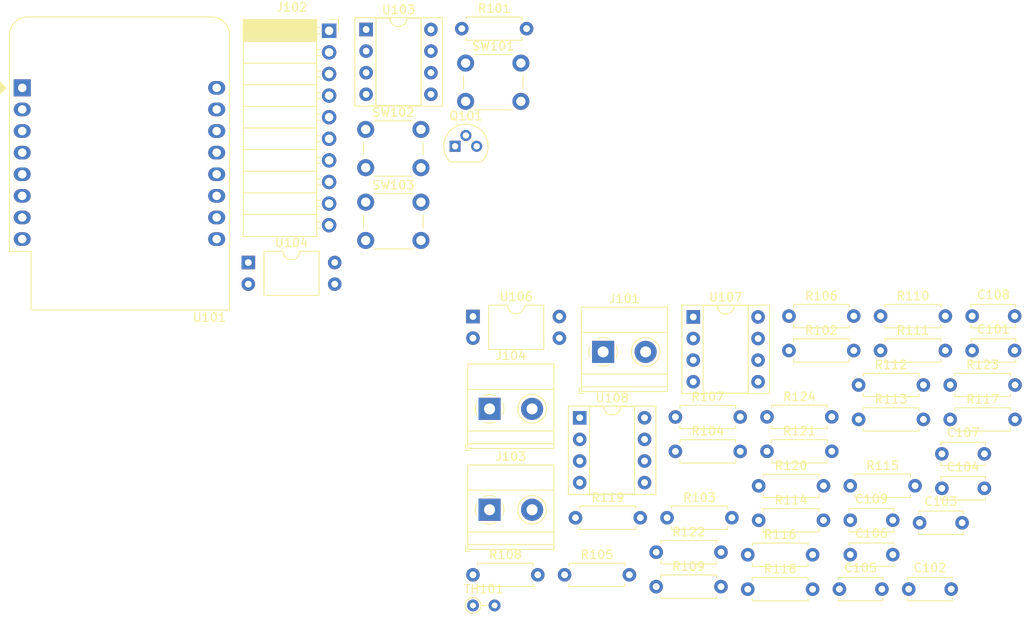
<source format=kicad_pcb>
(kicad_pcb (version 20171130) (host pcbnew 5.1.4)

  (general
    (thickness 1.6)
    (drawings 0)
    (tracks 0)
    (zones 0)
    (modules 48)
    (nets 30)
  )

  (page A4)
  (layers
    (0 F.Cu signal)
    (31 B.Cu signal)
    (32 B.Adhes user)
    (33 F.Adhes user)
    (34 B.Paste user)
    (35 F.Paste user)
    (36 B.SilkS user)
    (37 F.SilkS user)
    (38 B.Mask user)
    (39 F.Mask user)
    (40 Dwgs.User user)
    (41 Cmts.User user)
    (42 Eco1.User user)
    (43 Eco2.User user)
    (44 Edge.Cuts user)
    (45 Margin user)
    (46 B.CrtYd user)
    (47 F.CrtYd user)
    (48 B.Fab user)
    (49 F.Fab user)
  )

  (setup
    (last_trace_width 0.25)
    (trace_clearance 0.2)
    (zone_clearance 0.508)
    (zone_45_only no)
    (trace_min 0.2)
    (via_size 0.8)
    (via_drill 0.4)
    (via_min_size 0.4)
    (via_min_drill 0.3)
    (uvia_size 0.3)
    (uvia_drill 0.1)
    (uvias_allowed no)
    (uvia_min_size 0.2)
    (uvia_min_drill 0.1)
    (edge_width 0.05)
    (segment_width 0.2)
    (pcb_text_width 0.3)
    (pcb_text_size 1.5 1.5)
    (mod_edge_width 0.12)
    (mod_text_size 1 1)
    (mod_text_width 0.15)
    (pad_size 1.524 1.524)
    (pad_drill 0.762)
    (pad_to_mask_clearance 0.051)
    (solder_mask_min_width 0.25)
    (aux_axis_origin 0 0)
    (visible_elements FFFFFF7F)
    (pcbplotparams
      (layerselection 0x010fc_ffffffff)
      (usegerberextensions false)
      (usegerberattributes false)
      (usegerberadvancedattributes false)
      (creategerberjobfile false)
      (excludeedgelayer true)
      (linewidth 0.100000)
      (plotframeref false)
      (viasonmask false)
      (mode 1)
      (useauxorigin false)
      (hpglpennumber 1)
      (hpglpenspeed 20)
      (hpglpendiameter 15.000000)
      (psnegative false)
      (psa4output false)
      (plotreference true)
      (plotvalue true)
      (plotinvisibletext false)
      (padsonsilk false)
      (subtractmaskfromsilk false)
      (outputformat 1)
      (mirror false)
      (drillshape 1)
      (scaleselection 1)
      (outputdirectory ""))
  )

  (net 0 "")
  (net 1 TEMP)
  (net 2 "Net-(J102-Pad2)")
  (net 3 LEFTA)
  (net 4 LEFTB)
  (net 5 RIGHTA)
  (net 6 RIGHTB)
  (net 7 LEFT_ENC)
  (net 8 RIGHT_ENC)
  (net 9 LEFT_SW)
  (net 10 RIGHT_SW)
  (net 11 ECHO)
  (net 12 GND)
  (net 13 "Net-(Q101-Pad1)")
  (net 14 +3V3)
  (net 15 +BATT)
  (net 16 TRIG)
  (net 17 "Net-(C103-Pad1)")
  (net 18 "Net-(R118-Pad1)")
  (net 19 "Net-(R111-Pad1)")
  (net 20 "Net-(C105-Pad1)")
  (net 21 "Net-(R107-Pad2)")
  (net 22 "Net-(C106-Pad2)")
  (net 23 "Net-(C106-Pad1)")
  (net 24 "Net-(C108-Pad2)")
  (net 25 "Net-(C108-Pad1)")
  (net 26 "Net-(R104-Pad1)")
  (net 27 "Net-(R109-Pad2)")
  (net 28 "Net-(R114-Pad2)")
  (net 29 "Net-(R116-Pad2)")

  (net_class Default "This is the default net class."
    (clearance 0.2)
    (trace_width 0.25)
    (via_dia 0.8)
    (via_drill 0.4)
    (uvia_dia 0.3)
    (uvia_drill 0.1)
    (add_net +3V3)
    (add_net +BATT)
    (add_net ECHO)
    (add_net GND)
    (add_net LEFTA)
    (add_net LEFTB)
    (add_net LEFT_ENC)
    (add_net LEFT_SW)
    (add_net "Net-(C103-Pad1)")
    (add_net "Net-(C105-Pad1)")
    (add_net "Net-(C106-Pad1)")
    (add_net "Net-(C106-Pad2)")
    (add_net "Net-(C108-Pad1)")
    (add_net "Net-(C108-Pad2)")
    (add_net "Net-(J102-Pad2)")
    (add_net "Net-(Q101-Pad1)")
    (add_net "Net-(R104-Pad1)")
    (add_net "Net-(R107-Pad2)")
    (add_net "Net-(R109-Pad2)")
    (add_net "Net-(R111-Pad1)")
    (add_net "Net-(R114-Pad2)")
    (add_net "Net-(R116-Pad2)")
    (add_net "Net-(R118-Pad1)")
    (add_net RIGHTA)
    (add_net RIGHTB)
    (add_net RIGHT_ENC)
    (add_net RIGHT_SW)
    (add_net TEMP)
    (add_net TRIG)
  )

  (module Package_DIP:DIP-8_W7.62mm_Socket (layer F.Cu) (tedit 5A02E8C5) (tstamp 5D708602)
    (at 101.18 119.67)
    (descr "8-lead though-hole mounted DIP package, row spacing 7.62 mm (300 mils), Socket")
    (tags "THT DIP DIL PDIP 2.54mm 7.62mm 300mil Socket")
    (path /5D71DDEA)
    (fp_text reference U108 (at 3.81 -2.33) (layer F.SilkS)
      (effects (font (size 1 1) (thickness 0.15)))
    )
    (fp_text value L9110 (at 3.81 9.95) (layer F.Fab)
      (effects (font (size 1 1) (thickness 0.15)))
    )
    (fp_text user %R (at 3.81 3.81) (layer F.Fab)
      (effects (font (size 1 1) (thickness 0.15)))
    )
    (fp_line (start 9.15 -1.6) (end -1.55 -1.6) (layer F.CrtYd) (width 0.05))
    (fp_line (start 9.15 9.2) (end 9.15 -1.6) (layer F.CrtYd) (width 0.05))
    (fp_line (start -1.55 9.2) (end 9.15 9.2) (layer F.CrtYd) (width 0.05))
    (fp_line (start -1.55 -1.6) (end -1.55 9.2) (layer F.CrtYd) (width 0.05))
    (fp_line (start 8.95 -1.39) (end -1.33 -1.39) (layer F.SilkS) (width 0.12))
    (fp_line (start 8.95 9.01) (end 8.95 -1.39) (layer F.SilkS) (width 0.12))
    (fp_line (start -1.33 9.01) (end 8.95 9.01) (layer F.SilkS) (width 0.12))
    (fp_line (start -1.33 -1.39) (end -1.33 9.01) (layer F.SilkS) (width 0.12))
    (fp_line (start 6.46 -1.33) (end 4.81 -1.33) (layer F.SilkS) (width 0.12))
    (fp_line (start 6.46 8.95) (end 6.46 -1.33) (layer F.SilkS) (width 0.12))
    (fp_line (start 1.16 8.95) (end 6.46 8.95) (layer F.SilkS) (width 0.12))
    (fp_line (start 1.16 -1.33) (end 1.16 8.95) (layer F.SilkS) (width 0.12))
    (fp_line (start 2.81 -1.33) (end 1.16 -1.33) (layer F.SilkS) (width 0.12))
    (fp_line (start 8.89 -1.33) (end -1.27 -1.33) (layer F.Fab) (width 0.1))
    (fp_line (start 8.89 8.95) (end 8.89 -1.33) (layer F.Fab) (width 0.1))
    (fp_line (start -1.27 8.95) (end 8.89 8.95) (layer F.Fab) (width 0.1))
    (fp_line (start -1.27 -1.33) (end -1.27 8.95) (layer F.Fab) (width 0.1))
    (fp_line (start 0.635 -0.27) (end 1.635 -1.27) (layer F.Fab) (width 0.1))
    (fp_line (start 0.635 8.89) (end 0.635 -0.27) (layer F.Fab) (width 0.1))
    (fp_line (start 6.985 8.89) (end 0.635 8.89) (layer F.Fab) (width 0.1))
    (fp_line (start 6.985 -1.27) (end 6.985 8.89) (layer F.Fab) (width 0.1))
    (fp_line (start 1.635 -1.27) (end 6.985 -1.27) (layer F.Fab) (width 0.1))
    (fp_arc (start 3.81 -1.33) (end 2.81 -1.33) (angle -180) (layer F.SilkS) (width 0.12))
    (pad 8 thru_hole oval (at 7.62 0) (size 1.6 1.6) (drill 0.8) (layers *.Cu *.Mask)
      (net 12 GND))
    (pad 4 thru_hole oval (at 0 7.62) (size 1.6 1.6) (drill 0.8) (layers *.Cu *.Mask)
      (net 24 "Net-(C108-Pad2)"))
    (pad 7 thru_hole oval (at 7.62 2.54) (size 1.6 1.6) (drill 0.8) (layers *.Cu *.Mask)
      (net 6 RIGHTB))
    (pad 3 thru_hole oval (at 0 5.08) (size 1.6 1.6) (drill 0.8) (layers *.Cu *.Mask)
      (net 15 +BATT))
    (pad 6 thru_hole oval (at 7.62 5.08) (size 1.6 1.6) (drill 0.8) (layers *.Cu *.Mask)
      (net 5 RIGHTA))
    (pad 2 thru_hole oval (at 0 2.54) (size 1.6 1.6) (drill 0.8) (layers *.Cu *.Mask)
      (net 15 +BATT))
    (pad 5 thru_hole oval (at 7.62 7.62) (size 1.6 1.6) (drill 0.8) (layers *.Cu *.Mask)
      (net 12 GND))
    (pad 1 thru_hole rect (at 0 0) (size 1.6 1.6) (drill 0.8) (layers *.Cu *.Mask)
      (net 25 "Net-(C108-Pad1)"))
    (model ${KISYS3DMOD}/Package_DIP.3dshapes/DIP-8_W7.62mm_Socket.wrl
      (at (xyz 0 0 0))
      (scale (xyz 1 1 1))
      (rotate (xyz 0 0 0))
    )
  )

  (module Package_DIP:DIP-8_W7.62mm_Socket (layer F.Cu) (tedit 5A02E8C5) (tstamp 5D7085DE)
    (at 114.53 107.81)
    (descr "8-lead though-hole mounted DIP package, row spacing 7.62 mm (300 mils), Socket")
    (tags "THT DIP DIL PDIP 2.54mm 7.62mm 300mil Socket")
    (path /5D73C910)
    (fp_text reference U107 (at 3.81 -2.33) (layer F.SilkS)
      (effects (font (size 1 1) (thickness 0.15)))
    )
    (fp_text value L9110 (at 3.81 9.95) (layer F.Fab)
      (effects (font (size 1 1) (thickness 0.15)))
    )
    (fp_text user %R (at 3.81 3.81) (layer F.Fab)
      (effects (font (size 1 1) (thickness 0.15)))
    )
    (fp_line (start 9.15 -1.6) (end -1.55 -1.6) (layer F.CrtYd) (width 0.05))
    (fp_line (start 9.15 9.2) (end 9.15 -1.6) (layer F.CrtYd) (width 0.05))
    (fp_line (start -1.55 9.2) (end 9.15 9.2) (layer F.CrtYd) (width 0.05))
    (fp_line (start -1.55 -1.6) (end -1.55 9.2) (layer F.CrtYd) (width 0.05))
    (fp_line (start 8.95 -1.39) (end -1.33 -1.39) (layer F.SilkS) (width 0.12))
    (fp_line (start 8.95 9.01) (end 8.95 -1.39) (layer F.SilkS) (width 0.12))
    (fp_line (start -1.33 9.01) (end 8.95 9.01) (layer F.SilkS) (width 0.12))
    (fp_line (start -1.33 -1.39) (end -1.33 9.01) (layer F.SilkS) (width 0.12))
    (fp_line (start 6.46 -1.33) (end 4.81 -1.33) (layer F.SilkS) (width 0.12))
    (fp_line (start 6.46 8.95) (end 6.46 -1.33) (layer F.SilkS) (width 0.12))
    (fp_line (start 1.16 8.95) (end 6.46 8.95) (layer F.SilkS) (width 0.12))
    (fp_line (start 1.16 -1.33) (end 1.16 8.95) (layer F.SilkS) (width 0.12))
    (fp_line (start 2.81 -1.33) (end 1.16 -1.33) (layer F.SilkS) (width 0.12))
    (fp_line (start 8.89 -1.33) (end -1.27 -1.33) (layer F.Fab) (width 0.1))
    (fp_line (start 8.89 8.95) (end 8.89 -1.33) (layer F.Fab) (width 0.1))
    (fp_line (start -1.27 8.95) (end 8.89 8.95) (layer F.Fab) (width 0.1))
    (fp_line (start -1.27 -1.33) (end -1.27 8.95) (layer F.Fab) (width 0.1))
    (fp_line (start 0.635 -0.27) (end 1.635 -1.27) (layer F.Fab) (width 0.1))
    (fp_line (start 0.635 8.89) (end 0.635 -0.27) (layer F.Fab) (width 0.1))
    (fp_line (start 6.985 8.89) (end 0.635 8.89) (layer F.Fab) (width 0.1))
    (fp_line (start 6.985 -1.27) (end 6.985 8.89) (layer F.Fab) (width 0.1))
    (fp_line (start 1.635 -1.27) (end 6.985 -1.27) (layer F.Fab) (width 0.1))
    (fp_arc (start 3.81 -1.33) (end 2.81 -1.33) (angle -180) (layer F.SilkS) (width 0.12))
    (pad 8 thru_hole oval (at 7.62 0) (size 1.6 1.6) (drill 0.8) (layers *.Cu *.Mask)
      (net 12 GND))
    (pad 4 thru_hole oval (at 0 7.62) (size 1.6 1.6) (drill 0.8) (layers *.Cu *.Mask)
      (net 22 "Net-(C106-Pad2)"))
    (pad 7 thru_hole oval (at 7.62 2.54) (size 1.6 1.6) (drill 0.8) (layers *.Cu *.Mask)
      (net 4 LEFTB))
    (pad 3 thru_hole oval (at 0 5.08) (size 1.6 1.6) (drill 0.8) (layers *.Cu *.Mask)
      (net 15 +BATT))
    (pad 6 thru_hole oval (at 7.62 5.08) (size 1.6 1.6) (drill 0.8) (layers *.Cu *.Mask)
      (net 3 LEFTA))
    (pad 2 thru_hole oval (at 0 2.54) (size 1.6 1.6) (drill 0.8) (layers *.Cu *.Mask)
      (net 15 +BATT))
    (pad 5 thru_hole oval (at 7.62 7.62) (size 1.6 1.6) (drill 0.8) (layers *.Cu *.Mask)
      (net 12 GND))
    (pad 1 thru_hole rect (at 0 0) (size 1.6 1.6) (drill 0.8) (layers *.Cu *.Mask)
      (net 23 "Net-(C106-Pad1)"))
    (model ${KISYS3DMOD}/Package_DIP.3dshapes/DIP-8_W7.62mm_Socket.wrl
      (at (xyz 0 0 0))
      (scale (xyz 1 1 1))
      (rotate (xyz 0 0 0))
    )
  )

  (module Package_DIP:DIP-4_W10.16mm (layer F.Cu) (tedit 5A02E8C5) (tstamp 5D7085BA)
    (at 88.63 107.76)
    (descr "4-lead though-hole mounted DIP package, row spacing 10.16 mm (400 mils)")
    (tags "THT DIP DIL PDIP 2.54mm 10.16mm 400mil")
    (path /5D86571E)
    (fp_text reference U106 (at 5.08 -2.33) (layer F.SilkS)
      (effects (font (size 1 1) (thickness 0.15)))
    )
    (fp_text value E048-03 (at 5.08 4.87) (layer F.Fab)
      (effects (font (size 1 1) (thickness 0.15)))
    )
    (fp_text user %R (at 5.08 1.27) (layer F.Fab)
      (effects (font (size 1 1) (thickness 0.15)))
    )
    (fp_line (start 11.25 -1.55) (end -1.05 -1.55) (layer F.CrtYd) (width 0.05))
    (fp_line (start 11.25 4.1) (end 11.25 -1.55) (layer F.CrtYd) (width 0.05))
    (fp_line (start -1.05 4.1) (end 11.25 4.1) (layer F.CrtYd) (width 0.05))
    (fp_line (start -1.05 -1.55) (end -1.05 4.1) (layer F.CrtYd) (width 0.05))
    (fp_line (start 8.315 -1.33) (end 6.08 -1.33) (layer F.SilkS) (width 0.12))
    (fp_line (start 8.315 3.87) (end 8.315 -1.33) (layer F.SilkS) (width 0.12))
    (fp_line (start 1.845 3.87) (end 8.315 3.87) (layer F.SilkS) (width 0.12))
    (fp_line (start 1.845 -1.33) (end 1.845 3.87) (layer F.SilkS) (width 0.12))
    (fp_line (start 4.08 -1.33) (end 1.845 -1.33) (layer F.SilkS) (width 0.12))
    (fp_line (start 1.905 -0.27) (end 2.905 -1.27) (layer F.Fab) (width 0.1))
    (fp_line (start 1.905 3.81) (end 1.905 -0.27) (layer F.Fab) (width 0.1))
    (fp_line (start 8.255 3.81) (end 1.905 3.81) (layer F.Fab) (width 0.1))
    (fp_line (start 8.255 -1.27) (end 8.255 3.81) (layer F.Fab) (width 0.1))
    (fp_line (start 2.905 -1.27) (end 8.255 -1.27) (layer F.Fab) (width 0.1))
    (fp_arc (start 5.08 -1.33) (end 4.08 -1.33) (angle -180) (layer F.SilkS) (width 0.12))
    (pad 4 thru_hole oval (at 10.16 0) (size 1.6 1.6) (drill 0.8) (layers *.Cu *.Mask)
      (net 20 "Net-(C105-Pad1)"))
    (pad 2 thru_hole oval (at 0 2.54) (size 1.6 1.6) (drill 0.8) (layers *.Cu *.Mask)
      (net 12 GND))
    (pad 3 thru_hole oval (at 10.16 2.54) (size 1.6 1.6) (drill 0.8) (layers *.Cu *.Mask)
      (net 12 GND))
    (pad 1 thru_hole rect (at 0 0) (size 1.6 1.6) (drill 0.8) (layers *.Cu *.Mask)
      (net 28 "Net-(R114-Pad2)"))
    (model ${KISYS3DMOD}/Package_DIP.3dshapes/DIP-4_W10.16mm.wrl
      (at (xyz 0 0 0))
      (scale (xyz 1 1 1))
      (rotate (xyz 0 0 0))
    )
  )

  (module Resistor_THT:R_Axial_DIN0204_L3.6mm_D1.6mm_P2.54mm_Vertical (layer F.Cu) (tedit 5AE5139B) (tstamp 5D7084AA)
    (at 88.63 141.73)
    (descr "Resistor, Axial_DIN0204 series, Axial, Vertical, pin pitch=2.54mm, 0.167W, length*diameter=3.6*1.6mm^2, http://cdn-reichelt.de/documents/datenblatt/B400/1_4W%23YAG.pdf")
    (tags "Resistor Axial_DIN0204 series Axial Vertical pin pitch 2.54mm 0.167W length 3.6mm diameter 1.6mm")
    (path /5D6CE7BC)
    (fp_text reference TH101 (at 1.27 -1.92) (layer F.SilkS)
      (effects (font (size 1 1) (thickness 0.15)))
    )
    (fp_text value Thermistor_NTC (at 1.27 1.92) (layer F.Fab)
      (effects (font (size 1 1) (thickness 0.15)))
    )
    (fp_text user %R (at 1.27 -1.92) (layer F.Fab)
      (effects (font (size 1 1) (thickness 0.15)))
    )
    (fp_line (start 3.49 -1.05) (end -1.05 -1.05) (layer F.CrtYd) (width 0.05))
    (fp_line (start 3.49 1.05) (end 3.49 -1.05) (layer F.CrtYd) (width 0.05))
    (fp_line (start -1.05 1.05) (end 3.49 1.05) (layer F.CrtYd) (width 0.05))
    (fp_line (start -1.05 -1.05) (end -1.05 1.05) (layer F.CrtYd) (width 0.05))
    (fp_line (start 0.92 0) (end 1.54 0) (layer F.SilkS) (width 0.12))
    (fp_line (start 0 0) (end 2.54 0) (layer F.Fab) (width 0.1))
    (fp_circle (center 0 0) (end 0.92 0) (layer F.SilkS) (width 0.12))
    (fp_circle (center 0 0) (end 0.8 0) (layer F.Fab) (width 0.1))
    (pad 2 thru_hole oval (at 2.54 0) (size 1.4 1.4) (drill 0.7) (layers *.Cu *.Mask)
      (net 12 GND))
    (pad 1 thru_hole circle (at 0 0) (size 1.4 1.4) (drill 0.7) (layers *.Cu *.Mask)
      (net 1 TEMP))
    (model ${KISYS3DMOD}/Resistor_THT.3dshapes/R_Axial_DIN0204_L3.6mm_D1.6mm_P2.54mm_Vertical.wrl
      (at (xyz 0 0 0))
      (scale (xyz 1 1 1))
      (rotate (xyz 0 0 0))
    )
  )

  (module Resistor_THT:R_Axial_DIN0207_L6.3mm_D2.5mm_P7.62mm_Horizontal (layer F.Cu) (tedit 5AE5139B) (tstamp 5D7083E7)
    (at 123.2 119.56)
    (descr "Resistor, Axial_DIN0207 series, Axial, Horizontal, pin pitch=7.62mm, 0.25W = 1/4W, length*diameter=6.3*2.5mm^2, http://cdn-reichelt.de/documents/datenblatt/B400/1_4W%23YAG.pdf")
    (tags "Resistor Axial_DIN0207 series Axial Horizontal pin pitch 7.62mm 0.25W = 1/4W length 6.3mm diameter 2.5mm")
    (path /5D71DE1B)
    (fp_text reference R124 (at 3.81 -2.37) (layer F.SilkS)
      (effects (font (size 1 1) (thickness 0.15)))
    )
    (fp_text value 10k (at 3.81 2.37) (layer F.Fab)
      (effects (font (size 1 1) (thickness 0.15)))
    )
    (fp_text user %R (at 3.81 0) (layer F.Fab)
      (effects (font (size 1 1) (thickness 0.15)))
    )
    (fp_line (start 8.67 -1.5) (end -1.05 -1.5) (layer F.CrtYd) (width 0.05))
    (fp_line (start 8.67 1.5) (end 8.67 -1.5) (layer F.CrtYd) (width 0.05))
    (fp_line (start -1.05 1.5) (end 8.67 1.5) (layer F.CrtYd) (width 0.05))
    (fp_line (start -1.05 -1.5) (end -1.05 1.5) (layer F.CrtYd) (width 0.05))
    (fp_line (start 7.08 1.37) (end 7.08 1.04) (layer F.SilkS) (width 0.12))
    (fp_line (start 0.54 1.37) (end 7.08 1.37) (layer F.SilkS) (width 0.12))
    (fp_line (start 0.54 1.04) (end 0.54 1.37) (layer F.SilkS) (width 0.12))
    (fp_line (start 7.08 -1.37) (end 7.08 -1.04) (layer F.SilkS) (width 0.12))
    (fp_line (start 0.54 -1.37) (end 7.08 -1.37) (layer F.SilkS) (width 0.12))
    (fp_line (start 0.54 -1.04) (end 0.54 -1.37) (layer F.SilkS) (width 0.12))
    (fp_line (start 7.62 0) (end 6.96 0) (layer F.Fab) (width 0.1))
    (fp_line (start 0 0) (end 0.66 0) (layer F.Fab) (width 0.1))
    (fp_line (start 6.96 -1.25) (end 0.66 -1.25) (layer F.Fab) (width 0.1))
    (fp_line (start 6.96 1.25) (end 6.96 -1.25) (layer F.Fab) (width 0.1))
    (fp_line (start 0.66 1.25) (end 6.96 1.25) (layer F.Fab) (width 0.1))
    (fp_line (start 0.66 -1.25) (end 0.66 1.25) (layer F.Fab) (width 0.1))
    (pad 2 thru_hole oval (at 7.62 0) (size 1.6 1.6) (drill 0.8) (layers *.Cu *.Mask)
      (net 5 RIGHTA))
    (pad 1 thru_hole circle (at 0 0) (size 1.6 1.6) (drill 0.8) (layers *.Cu *.Mask)
      (net 14 +3V3))
    (model ${KISYS3DMOD}/Resistor_THT.3dshapes/R_Axial_DIN0207_L6.3mm_D2.5mm_P7.62mm_Horizontal.wrl
      (at (xyz 0 0 0))
      (scale (xyz 1 1 1))
      (rotate (xyz 0 0 0))
    )
  )

  (module Resistor_THT:R_Axial_DIN0207_L6.3mm_D2.5mm_P7.62mm_Horizontal (layer F.Cu) (tedit 5AE5139B) (tstamp 5D7083D0)
    (at 144.74 115.81)
    (descr "Resistor, Axial_DIN0207 series, Axial, Horizontal, pin pitch=7.62mm, 0.25W = 1/4W, length*diameter=6.3*2.5mm^2, http://cdn-reichelt.de/documents/datenblatt/B400/1_4W%23YAG.pdf")
    (tags "Resistor Axial_DIN0207 series Axial Horizontal pin pitch 7.62mm 0.25W = 1/4W length 6.3mm diameter 2.5mm")
    (path /5D71DE15)
    (fp_text reference R123 (at 3.81 -2.37) (layer F.SilkS)
      (effects (font (size 1 1) (thickness 0.15)))
    )
    (fp_text value 10k (at 3.81 2.37) (layer F.Fab)
      (effects (font (size 1 1) (thickness 0.15)))
    )
    (fp_text user %R (at 3.81 0) (layer F.Fab)
      (effects (font (size 1 1) (thickness 0.15)))
    )
    (fp_line (start 8.67 -1.5) (end -1.05 -1.5) (layer F.CrtYd) (width 0.05))
    (fp_line (start 8.67 1.5) (end 8.67 -1.5) (layer F.CrtYd) (width 0.05))
    (fp_line (start -1.05 1.5) (end 8.67 1.5) (layer F.CrtYd) (width 0.05))
    (fp_line (start -1.05 -1.5) (end -1.05 1.5) (layer F.CrtYd) (width 0.05))
    (fp_line (start 7.08 1.37) (end 7.08 1.04) (layer F.SilkS) (width 0.12))
    (fp_line (start 0.54 1.37) (end 7.08 1.37) (layer F.SilkS) (width 0.12))
    (fp_line (start 0.54 1.04) (end 0.54 1.37) (layer F.SilkS) (width 0.12))
    (fp_line (start 7.08 -1.37) (end 7.08 -1.04) (layer F.SilkS) (width 0.12))
    (fp_line (start 0.54 -1.37) (end 7.08 -1.37) (layer F.SilkS) (width 0.12))
    (fp_line (start 0.54 -1.04) (end 0.54 -1.37) (layer F.SilkS) (width 0.12))
    (fp_line (start 7.62 0) (end 6.96 0) (layer F.Fab) (width 0.1))
    (fp_line (start 0 0) (end 0.66 0) (layer F.Fab) (width 0.1))
    (fp_line (start 6.96 -1.25) (end 0.66 -1.25) (layer F.Fab) (width 0.1))
    (fp_line (start 6.96 1.25) (end 6.96 -1.25) (layer F.Fab) (width 0.1))
    (fp_line (start 0.66 1.25) (end 6.96 1.25) (layer F.Fab) (width 0.1))
    (fp_line (start 0.66 -1.25) (end 0.66 1.25) (layer F.Fab) (width 0.1))
    (pad 2 thru_hole oval (at 7.62 0) (size 1.6 1.6) (drill 0.8) (layers *.Cu *.Mask)
      (net 6 RIGHTB))
    (pad 1 thru_hole circle (at 0 0) (size 1.6 1.6) (drill 0.8) (layers *.Cu *.Mask)
      (net 14 +3V3))
    (model ${KISYS3DMOD}/Resistor_THT.3dshapes/R_Axial_DIN0207_L6.3mm_D2.5mm_P7.62mm_Horizontal.wrl
      (at (xyz 0 0 0))
      (scale (xyz 1 1 1))
      (rotate (xyz 0 0 0))
    )
  )

  (module Resistor_THT:R_Axial_DIN0207_L6.3mm_D2.5mm_P7.62mm_Horizontal (layer F.Cu) (tedit 5AE5139B) (tstamp 5D7083B9)
    (at 110.17 135.47)
    (descr "Resistor, Axial_DIN0207 series, Axial, Horizontal, pin pitch=7.62mm, 0.25W = 1/4W, length*diameter=6.3*2.5mm^2, http://cdn-reichelt.de/documents/datenblatt/B400/1_4W%23YAG.pdf")
    (tags "Resistor Axial_DIN0207 series Axial Horizontal pin pitch 7.62mm 0.25W = 1/4W length 6.3mm diameter 2.5mm")
    (path /5D6FF8E2)
    (fp_text reference R122 (at 3.81 -2.37) (layer F.SilkS)
      (effects (font (size 1 1) (thickness 0.15)))
    )
    (fp_text value 10k (at 3.81 2.37) (layer F.Fab)
      (effects (font (size 1 1) (thickness 0.15)))
    )
    (fp_text user %R (at 3.81 0) (layer F.Fab)
      (effects (font (size 1 1) (thickness 0.15)))
    )
    (fp_line (start 8.67 -1.5) (end -1.05 -1.5) (layer F.CrtYd) (width 0.05))
    (fp_line (start 8.67 1.5) (end 8.67 -1.5) (layer F.CrtYd) (width 0.05))
    (fp_line (start -1.05 1.5) (end 8.67 1.5) (layer F.CrtYd) (width 0.05))
    (fp_line (start -1.05 -1.5) (end -1.05 1.5) (layer F.CrtYd) (width 0.05))
    (fp_line (start 7.08 1.37) (end 7.08 1.04) (layer F.SilkS) (width 0.12))
    (fp_line (start 0.54 1.37) (end 7.08 1.37) (layer F.SilkS) (width 0.12))
    (fp_line (start 0.54 1.04) (end 0.54 1.37) (layer F.SilkS) (width 0.12))
    (fp_line (start 7.08 -1.37) (end 7.08 -1.04) (layer F.SilkS) (width 0.12))
    (fp_line (start 0.54 -1.37) (end 7.08 -1.37) (layer F.SilkS) (width 0.12))
    (fp_line (start 0.54 -1.04) (end 0.54 -1.37) (layer F.SilkS) (width 0.12))
    (fp_line (start 7.62 0) (end 6.96 0) (layer F.Fab) (width 0.1))
    (fp_line (start 0 0) (end 0.66 0) (layer F.Fab) (width 0.1))
    (fp_line (start 6.96 -1.25) (end 0.66 -1.25) (layer F.Fab) (width 0.1))
    (fp_line (start 6.96 1.25) (end 6.96 -1.25) (layer F.Fab) (width 0.1))
    (fp_line (start 0.66 1.25) (end 6.96 1.25) (layer F.Fab) (width 0.1))
    (fp_line (start 0.66 -1.25) (end 0.66 1.25) (layer F.Fab) (width 0.1))
    (pad 2 thru_hole oval (at 7.62 0) (size 1.6 1.6) (drill 0.8) (layers *.Cu *.Mask)
      (net 3 LEFTA))
    (pad 1 thru_hole circle (at 0 0) (size 1.6 1.6) (drill 0.8) (layers *.Cu *.Mask)
      (net 14 +3V3))
    (model ${KISYS3DMOD}/Resistor_THT.3dshapes/R_Axial_DIN0207_L6.3mm_D2.5mm_P7.62mm_Horizontal.wrl
      (at (xyz 0 0 0))
      (scale (xyz 1 1 1))
      (rotate (xyz 0 0 0))
    )
  )

  (module Resistor_THT:R_Axial_DIN0207_L6.3mm_D2.5mm_P7.62mm_Horizontal (layer F.Cu) (tedit 5AE5139B) (tstamp 5D7083A2)
    (at 123.2 123.61)
    (descr "Resistor, Axial_DIN0207 series, Axial, Horizontal, pin pitch=7.62mm, 0.25W = 1/4W, length*diameter=6.3*2.5mm^2, http://cdn-reichelt.de/documents/datenblatt/B400/1_4W%23YAG.pdf")
    (tags "Resistor Axial_DIN0207 series Axial Horizontal pin pitch 7.62mm 0.25W = 1/4W length 6.3mm diameter 2.5mm")
    (path /5D6FEF2D)
    (fp_text reference R121 (at 3.81 -2.37) (layer F.SilkS)
      (effects (font (size 1 1) (thickness 0.15)))
    )
    (fp_text value 10k (at 3.81 2.37) (layer F.Fab)
      (effects (font (size 1 1) (thickness 0.15)))
    )
    (fp_text user %R (at 3.81 0) (layer F.Fab)
      (effects (font (size 1 1) (thickness 0.15)))
    )
    (fp_line (start 8.67 -1.5) (end -1.05 -1.5) (layer F.CrtYd) (width 0.05))
    (fp_line (start 8.67 1.5) (end 8.67 -1.5) (layer F.CrtYd) (width 0.05))
    (fp_line (start -1.05 1.5) (end 8.67 1.5) (layer F.CrtYd) (width 0.05))
    (fp_line (start -1.05 -1.5) (end -1.05 1.5) (layer F.CrtYd) (width 0.05))
    (fp_line (start 7.08 1.37) (end 7.08 1.04) (layer F.SilkS) (width 0.12))
    (fp_line (start 0.54 1.37) (end 7.08 1.37) (layer F.SilkS) (width 0.12))
    (fp_line (start 0.54 1.04) (end 0.54 1.37) (layer F.SilkS) (width 0.12))
    (fp_line (start 7.08 -1.37) (end 7.08 -1.04) (layer F.SilkS) (width 0.12))
    (fp_line (start 0.54 -1.37) (end 7.08 -1.37) (layer F.SilkS) (width 0.12))
    (fp_line (start 0.54 -1.04) (end 0.54 -1.37) (layer F.SilkS) (width 0.12))
    (fp_line (start 7.62 0) (end 6.96 0) (layer F.Fab) (width 0.1))
    (fp_line (start 0 0) (end 0.66 0) (layer F.Fab) (width 0.1))
    (fp_line (start 6.96 -1.25) (end 0.66 -1.25) (layer F.Fab) (width 0.1))
    (fp_line (start 6.96 1.25) (end 6.96 -1.25) (layer F.Fab) (width 0.1))
    (fp_line (start 0.66 1.25) (end 6.96 1.25) (layer F.Fab) (width 0.1))
    (fp_line (start 0.66 -1.25) (end 0.66 1.25) (layer F.Fab) (width 0.1))
    (pad 2 thru_hole oval (at 7.62 0) (size 1.6 1.6) (drill 0.8) (layers *.Cu *.Mask)
      (net 4 LEFTB))
    (pad 1 thru_hole circle (at 0 0) (size 1.6 1.6) (drill 0.8) (layers *.Cu *.Mask)
      (net 14 +3V3))
    (model ${KISYS3DMOD}/Resistor_THT.3dshapes/R_Axial_DIN0207_L6.3mm_D2.5mm_P7.62mm_Horizontal.wrl
      (at (xyz 0 0 0))
      (scale (xyz 1 1 1))
      (rotate (xyz 0 0 0))
    )
  )

  (module Resistor_THT:R_Axial_DIN0207_L6.3mm_D2.5mm_P7.62mm_Horizontal (layer F.Cu) (tedit 5AE5139B) (tstamp 5D70838B)
    (at 122.22 127.67)
    (descr "Resistor, Axial_DIN0207 series, Axial, Horizontal, pin pitch=7.62mm, 0.25W = 1/4W, length*diameter=6.3*2.5mm^2, http://cdn-reichelt.de/documents/datenblatt/B400/1_4W%23YAG.pdf")
    (tags "Resistor Axial_DIN0207 series Axial Horizontal pin pitch 7.62mm 0.25W = 1/4W length 6.3mm diameter 2.5mm")
    (path /5D865780)
    (fp_text reference R120 (at 3.81 -2.37) (layer F.SilkS)
      (effects (font (size 1 1) (thickness 0.15)))
    )
    (fp_text value 10k (at 3.81 2.37) (layer F.Fab)
      (effects (font (size 1 1) (thickness 0.15)))
    )
    (fp_text user %R (at 3.81 0) (layer F.Fab)
      (effects (font (size 1 1) (thickness 0.15)))
    )
    (fp_line (start 8.67 -1.5) (end -1.05 -1.5) (layer F.CrtYd) (width 0.05))
    (fp_line (start 8.67 1.5) (end 8.67 -1.5) (layer F.CrtYd) (width 0.05))
    (fp_line (start -1.05 1.5) (end 8.67 1.5) (layer F.CrtYd) (width 0.05))
    (fp_line (start -1.05 -1.5) (end -1.05 1.5) (layer F.CrtYd) (width 0.05))
    (fp_line (start 7.08 1.37) (end 7.08 1.04) (layer F.SilkS) (width 0.12))
    (fp_line (start 0.54 1.37) (end 7.08 1.37) (layer F.SilkS) (width 0.12))
    (fp_line (start 0.54 1.04) (end 0.54 1.37) (layer F.SilkS) (width 0.12))
    (fp_line (start 7.08 -1.37) (end 7.08 -1.04) (layer F.SilkS) (width 0.12))
    (fp_line (start 0.54 -1.37) (end 7.08 -1.37) (layer F.SilkS) (width 0.12))
    (fp_line (start 0.54 -1.04) (end 0.54 -1.37) (layer F.SilkS) (width 0.12))
    (fp_line (start 7.62 0) (end 6.96 0) (layer F.Fab) (width 0.1))
    (fp_line (start 0 0) (end 0.66 0) (layer F.Fab) (width 0.1))
    (fp_line (start 6.96 -1.25) (end 0.66 -1.25) (layer F.Fab) (width 0.1))
    (fp_line (start 6.96 1.25) (end 6.96 -1.25) (layer F.Fab) (width 0.1))
    (fp_line (start 0.66 1.25) (end 6.96 1.25) (layer F.Fab) (width 0.1))
    (fp_line (start 0.66 -1.25) (end 0.66 1.25) (layer F.Fab) (width 0.1))
    (pad 2 thru_hole oval (at 7.62 0) (size 1.6 1.6) (drill 0.8) (layers *.Cu *.Mask)
      (net 14 +3V3))
    (pad 1 thru_hole circle (at 0 0) (size 1.6 1.6) (drill 0.8) (layers *.Cu *.Mask)
      (net 8 RIGHT_ENC))
    (model ${KISYS3DMOD}/Resistor_THT.3dshapes/R_Axial_DIN0207_L6.3mm_D2.5mm_P7.62mm_Horizontal.wrl
      (at (xyz 0 0 0))
      (scale (xyz 1 1 1))
      (rotate (xyz 0 0 0))
    )
  )

  (module Resistor_THT:R_Axial_DIN0207_L6.3mm_D2.5mm_P7.62mm_Horizontal (layer F.Cu) (tedit 5AE5139B) (tstamp 5D708374)
    (at 100.68 131.42)
    (descr "Resistor, Axial_DIN0207 series, Axial, Horizontal, pin pitch=7.62mm, 0.25W = 1/4W, length*diameter=6.3*2.5mm^2, http://cdn-reichelt.de/documents/datenblatt/B400/1_4W%23YAG.pdf")
    (tags "Resistor Axial_DIN0207 series Axial Horizontal pin pitch 7.62mm 0.25W = 1/4W length 6.3mm diameter 2.5mm")
    (path /5D865774)
    (fp_text reference R119 (at 3.81 -2.37) (layer F.SilkS)
      (effects (font (size 1 1) (thickness 0.15)))
    )
    (fp_text value 100k (at 3.81 2.37) (layer F.Fab)
      (effects (font (size 1 1) (thickness 0.15)))
    )
    (fp_text user %R (at 3.81 0) (layer F.Fab)
      (effects (font (size 1 1) (thickness 0.15)))
    )
    (fp_line (start 8.67 -1.5) (end -1.05 -1.5) (layer F.CrtYd) (width 0.05))
    (fp_line (start 8.67 1.5) (end 8.67 -1.5) (layer F.CrtYd) (width 0.05))
    (fp_line (start -1.05 1.5) (end 8.67 1.5) (layer F.CrtYd) (width 0.05))
    (fp_line (start -1.05 -1.5) (end -1.05 1.5) (layer F.CrtYd) (width 0.05))
    (fp_line (start 7.08 1.37) (end 7.08 1.04) (layer F.SilkS) (width 0.12))
    (fp_line (start 0.54 1.37) (end 7.08 1.37) (layer F.SilkS) (width 0.12))
    (fp_line (start 0.54 1.04) (end 0.54 1.37) (layer F.SilkS) (width 0.12))
    (fp_line (start 7.08 -1.37) (end 7.08 -1.04) (layer F.SilkS) (width 0.12))
    (fp_line (start 0.54 -1.37) (end 7.08 -1.37) (layer F.SilkS) (width 0.12))
    (fp_line (start 0.54 -1.04) (end 0.54 -1.37) (layer F.SilkS) (width 0.12))
    (fp_line (start 7.62 0) (end 6.96 0) (layer F.Fab) (width 0.1))
    (fp_line (start 0 0) (end 0.66 0) (layer F.Fab) (width 0.1))
    (fp_line (start 6.96 -1.25) (end 0.66 -1.25) (layer F.Fab) (width 0.1))
    (fp_line (start 6.96 1.25) (end 6.96 -1.25) (layer F.Fab) (width 0.1))
    (fp_line (start 0.66 1.25) (end 6.96 1.25) (layer F.Fab) (width 0.1))
    (fp_line (start 0.66 -1.25) (end 0.66 1.25) (layer F.Fab) (width 0.1))
    (pad 2 thru_hole oval (at 7.62 0) (size 1.6 1.6) (drill 0.8) (layers *.Cu *.Mask)
      (net 20 "Net-(C105-Pad1)"))
    (pad 1 thru_hole circle (at 0 0) (size 1.6 1.6) (drill 0.8) (layers *.Cu *.Mask)
      (net 8 RIGHT_ENC))
    (model ${KISYS3DMOD}/Resistor_THT.3dshapes/R_Axial_DIN0207_L6.3mm_D2.5mm_P7.62mm_Horizontal.wrl
      (at (xyz 0 0 0))
      (scale (xyz 1 1 1))
      (rotate (xyz 0 0 0))
    )
  )

  (module Resistor_THT:R_Axial_DIN0207_L6.3mm_D2.5mm_P7.62mm_Horizontal (layer F.Cu) (tedit 5AE5139B) (tstamp 5D70835D)
    (at 120.94 139.82)
    (descr "Resistor, Axial_DIN0207 series, Axial, Horizontal, pin pitch=7.62mm, 0.25W = 1/4W, length*diameter=6.3*2.5mm^2, http://cdn-reichelt.de/documents/datenblatt/B400/1_4W%23YAG.pdf")
    (tags "Resistor Axial_DIN0207 series Axial Horizontal pin pitch 7.62mm 0.25W = 1/4W length 6.3mm diameter 2.5mm")
    (path /5D86576A)
    (fp_text reference R118 (at 3.81 -2.37) (layer F.SilkS)
      (effects (font (size 1 1) (thickness 0.15)))
    )
    (fp_text value 10k (at 3.81 2.37) (layer F.Fab)
      (effects (font (size 1 1) (thickness 0.15)))
    )
    (fp_text user %R (at 3.81 0) (layer F.Fab)
      (effects (font (size 1 1) (thickness 0.15)))
    )
    (fp_line (start 8.67 -1.5) (end -1.05 -1.5) (layer F.CrtYd) (width 0.05))
    (fp_line (start 8.67 1.5) (end 8.67 -1.5) (layer F.CrtYd) (width 0.05))
    (fp_line (start -1.05 1.5) (end 8.67 1.5) (layer F.CrtYd) (width 0.05))
    (fp_line (start -1.05 -1.5) (end -1.05 1.5) (layer F.CrtYd) (width 0.05))
    (fp_line (start 7.08 1.37) (end 7.08 1.04) (layer F.SilkS) (width 0.12))
    (fp_line (start 0.54 1.37) (end 7.08 1.37) (layer F.SilkS) (width 0.12))
    (fp_line (start 0.54 1.04) (end 0.54 1.37) (layer F.SilkS) (width 0.12))
    (fp_line (start 7.08 -1.37) (end 7.08 -1.04) (layer F.SilkS) (width 0.12))
    (fp_line (start 0.54 -1.37) (end 7.08 -1.37) (layer F.SilkS) (width 0.12))
    (fp_line (start 0.54 -1.04) (end 0.54 -1.37) (layer F.SilkS) (width 0.12))
    (fp_line (start 7.62 0) (end 6.96 0) (layer F.Fab) (width 0.1))
    (fp_line (start 0 0) (end 0.66 0) (layer F.Fab) (width 0.1))
    (fp_line (start 6.96 -1.25) (end 0.66 -1.25) (layer F.Fab) (width 0.1))
    (fp_line (start 6.96 1.25) (end 6.96 -1.25) (layer F.Fab) (width 0.1))
    (fp_line (start 0.66 1.25) (end 6.96 1.25) (layer F.Fab) (width 0.1))
    (fp_line (start 0.66 -1.25) (end 0.66 1.25) (layer F.Fab) (width 0.1))
    (pad 2 thru_hole oval (at 7.62 0) (size 1.6 1.6) (drill 0.8) (layers *.Cu *.Mask)
      (net 29 "Net-(R116-Pad2)"))
    (pad 1 thru_hole circle (at 0 0) (size 1.6 1.6) (drill 0.8) (layers *.Cu *.Mask)
      (net 18 "Net-(R118-Pad1)"))
    (model ${KISYS3DMOD}/Resistor_THT.3dshapes/R_Axial_DIN0207_L6.3mm_D2.5mm_P7.62mm_Horizontal.wrl
      (at (xyz 0 0 0))
      (scale (xyz 1 1 1))
      (rotate (xyz 0 0 0))
    )
  )

  (module Resistor_THT:R_Axial_DIN0207_L6.3mm_D2.5mm_P7.62mm_Horizontal (layer F.Cu) (tedit 5AE5139B) (tstamp 5D708346)
    (at 144.74 119.86)
    (descr "Resistor, Axial_DIN0207 series, Axial, Horizontal, pin pitch=7.62mm, 0.25W = 1/4W, length*diameter=6.3*2.5mm^2, http://cdn-reichelt.de/documents/datenblatt/B400/1_4W%23YAG.pdf")
    (tags "Resistor Axial_DIN0207 series Axial Horizontal pin pitch 7.62mm 0.25W = 1/4W length 6.3mm diameter 2.5mm")
    (path /5D86575B)
    (fp_text reference R117 (at 3.81 -2.37) (layer F.SilkS)
      (effects (font (size 1 1) (thickness 0.15)))
    )
    (fp_text value 10k (at 3.81 2.37) (layer F.Fab)
      (effects (font (size 1 1) (thickness 0.15)))
    )
    (fp_text user %R (at 3.81 0) (layer F.Fab)
      (effects (font (size 1 1) (thickness 0.15)))
    )
    (fp_line (start 8.67 -1.5) (end -1.05 -1.5) (layer F.CrtYd) (width 0.05))
    (fp_line (start 8.67 1.5) (end 8.67 -1.5) (layer F.CrtYd) (width 0.05))
    (fp_line (start -1.05 1.5) (end 8.67 1.5) (layer F.CrtYd) (width 0.05))
    (fp_line (start -1.05 -1.5) (end -1.05 1.5) (layer F.CrtYd) (width 0.05))
    (fp_line (start 7.08 1.37) (end 7.08 1.04) (layer F.SilkS) (width 0.12))
    (fp_line (start 0.54 1.37) (end 7.08 1.37) (layer F.SilkS) (width 0.12))
    (fp_line (start 0.54 1.04) (end 0.54 1.37) (layer F.SilkS) (width 0.12))
    (fp_line (start 7.08 -1.37) (end 7.08 -1.04) (layer F.SilkS) (width 0.12))
    (fp_line (start 0.54 -1.37) (end 7.08 -1.37) (layer F.SilkS) (width 0.12))
    (fp_line (start 0.54 -1.04) (end 0.54 -1.37) (layer F.SilkS) (width 0.12))
    (fp_line (start 7.62 0) (end 6.96 0) (layer F.Fab) (width 0.1))
    (fp_line (start 0 0) (end 0.66 0) (layer F.Fab) (width 0.1))
    (fp_line (start 6.96 -1.25) (end 0.66 -1.25) (layer F.Fab) (width 0.1))
    (fp_line (start 6.96 1.25) (end 6.96 -1.25) (layer F.Fab) (width 0.1))
    (fp_line (start 0.66 1.25) (end 6.96 1.25) (layer F.Fab) (width 0.1))
    (fp_line (start 0.66 -1.25) (end 0.66 1.25) (layer F.Fab) (width 0.1))
    (pad 2 thru_hole oval (at 7.62 0) (size 1.6 1.6) (drill 0.8) (layers *.Cu *.Mask)
      (net 12 GND))
    (pad 1 thru_hole circle (at 0 0) (size 1.6 1.6) (drill 0.8) (layers *.Cu *.Mask)
      (net 29 "Net-(R116-Pad2)"))
    (model ${KISYS3DMOD}/Resistor_THT.3dshapes/R_Axial_DIN0207_L6.3mm_D2.5mm_P7.62mm_Horizontal.wrl
      (at (xyz 0 0 0))
      (scale (xyz 1 1 1))
      (rotate (xyz 0 0 0))
    )
  )

  (module Resistor_THT:R_Axial_DIN0207_L6.3mm_D2.5mm_P7.62mm_Horizontal (layer F.Cu) (tedit 5AE5139B) (tstamp 5D70832F)
    (at 120.94 135.77)
    (descr "Resistor, Axial_DIN0207 series, Axial, Horizontal, pin pitch=7.62mm, 0.25W = 1/4W, length*diameter=6.3*2.5mm^2, http://cdn-reichelt.de/documents/datenblatt/B400/1_4W%23YAG.pdf")
    (tags "Resistor Axial_DIN0207 series Axial Horizontal pin pitch 7.62mm 0.25W = 1/4W length 6.3mm diameter 2.5mm")
    (path /5D865762)
    (fp_text reference R116 (at 3.81 -2.37) (layer F.SilkS)
      (effects (font (size 1 1) (thickness 0.15)))
    )
    (fp_text value 10k (at 3.81 2.37) (layer F.Fab)
      (effects (font (size 1 1) (thickness 0.15)))
    )
    (fp_text user %R (at 3.81 0) (layer F.Fab)
      (effects (font (size 1 1) (thickness 0.15)))
    )
    (fp_line (start 8.67 -1.5) (end -1.05 -1.5) (layer F.CrtYd) (width 0.05))
    (fp_line (start 8.67 1.5) (end 8.67 -1.5) (layer F.CrtYd) (width 0.05))
    (fp_line (start -1.05 1.5) (end 8.67 1.5) (layer F.CrtYd) (width 0.05))
    (fp_line (start -1.05 -1.5) (end -1.05 1.5) (layer F.CrtYd) (width 0.05))
    (fp_line (start 7.08 1.37) (end 7.08 1.04) (layer F.SilkS) (width 0.12))
    (fp_line (start 0.54 1.37) (end 7.08 1.37) (layer F.SilkS) (width 0.12))
    (fp_line (start 0.54 1.04) (end 0.54 1.37) (layer F.SilkS) (width 0.12))
    (fp_line (start 7.08 -1.37) (end 7.08 -1.04) (layer F.SilkS) (width 0.12))
    (fp_line (start 0.54 -1.37) (end 7.08 -1.37) (layer F.SilkS) (width 0.12))
    (fp_line (start 0.54 -1.04) (end 0.54 -1.37) (layer F.SilkS) (width 0.12))
    (fp_line (start 7.62 0) (end 6.96 0) (layer F.Fab) (width 0.1))
    (fp_line (start 0 0) (end 0.66 0) (layer F.Fab) (width 0.1))
    (fp_line (start 6.96 -1.25) (end 0.66 -1.25) (layer F.Fab) (width 0.1))
    (fp_line (start 6.96 1.25) (end 6.96 -1.25) (layer F.Fab) (width 0.1))
    (fp_line (start 0.66 1.25) (end 6.96 1.25) (layer F.Fab) (width 0.1))
    (fp_line (start 0.66 -1.25) (end 0.66 1.25) (layer F.Fab) (width 0.1))
    (pad 2 thru_hole oval (at 7.62 0) (size 1.6 1.6) (drill 0.8) (layers *.Cu *.Mask)
      (net 29 "Net-(R116-Pad2)"))
    (pad 1 thru_hole circle (at 0 0) (size 1.6 1.6) (drill 0.8) (layers *.Cu *.Mask)
      (net 14 +3V3))
    (model ${KISYS3DMOD}/Resistor_THT.3dshapes/R_Axial_DIN0207_L6.3mm_D2.5mm_P7.62mm_Horizontal.wrl
      (at (xyz 0 0 0))
      (scale (xyz 1 1 1))
      (rotate (xyz 0 0 0))
    )
  )

  (module Resistor_THT:R_Axial_DIN0207_L6.3mm_D2.5mm_P7.62mm_Horizontal (layer F.Cu) (tedit 5AE5139B) (tstamp 5D708318)
    (at 132.99 127.66)
    (descr "Resistor, Axial_DIN0207 series, Axial, Horizontal, pin pitch=7.62mm, 0.25W = 1/4W, length*diameter=6.3*2.5mm^2, http://cdn-reichelt.de/documents/datenblatt/B400/1_4W%23YAG.pdf")
    (tags "Resistor Axial_DIN0207 series Axial Horizontal pin pitch 7.62mm 0.25W = 1/4W length 6.3mm diameter 2.5mm")
    (path /5D86572A)
    (fp_text reference R115 (at 3.81 -2.37) (layer F.SilkS)
      (effects (font (size 1 1) (thickness 0.15)))
    )
    (fp_text value 10k (at 3.81 2.37) (layer F.Fab)
      (effects (font (size 1 1) (thickness 0.15)))
    )
    (fp_text user %R (at 3.81 0) (layer F.Fab)
      (effects (font (size 1 1) (thickness 0.15)))
    )
    (fp_line (start 8.67 -1.5) (end -1.05 -1.5) (layer F.CrtYd) (width 0.05))
    (fp_line (start 8.67 1.5) (end 8.67 -1.5) (layer F.CrtYd) (width 0.05))
    (fp_line (start -1.05 1.5) (end 8.67 1.5) (layer F.CrtYd) (width 0.05))
    (fp_line (start -1.05 -1.5) (end -1.05 1.5) (layer F.CrtYd) (width 0.05))
    (fp_line (start 7.08 1.37) (end 7.08 1.04) (layer F.SilkS) (width 0.12))
    (fp_line (start 0.54 1.37) (end 7.08 1.37) (layer F.SilkS) (width 0.12))
    (fp_line (start 0.54 1.04) (end 0.54 1.37) (layer F.SilkS) (width 0.12))
    (fp_line (start 7.08 -1.37) (end 7.08 -1.04) (layer F.SilkS) (width 0.12))
    (fp_line (start 0.54 -1.37) (end 7.08 -1.37) (layer F.SilkS) (width 0.12))
    (fp_line (start 0.54 -1.04) (end 0.54 -1.37) (layer F.SilkS) (width 0.12))
    (fp_line (start 7.62 0) (end 6.96 0) (layer F.Fab) (width 0.1))
    (fp_line (start 0 0) (end 0.66 0) (layer F.Fab) (width 0.1))
    (fp_line (start 6.96 -1.25) (end 0.66 -1.25) (layer F.Fab) (width 0.1))
    (fp_line (start 6.96 1.25) (end 6.96 -1.25) (layer F.Fab) (width 0.1))
    (fp_line (start 0.66 1.25) (end 6.96 1.25) (layer F.Fab) (width 0.1))
    (fp_line (start 0.66 -1.25) (end 0.66 1.25) (layer F.Fab) (width 0.1))
    (pad 2 thru_hole oval (at 7.62 0) (size 1.6 1.6) (drill 0.8) (layers *.Cu *.Mask)
      (net 20 "Net-(C105-Pad1)"))
    (pad 1 thru_hole circle (at 0 0) (size 1.6 1.6) (drill 0.8) (layers *.Cu *.Mask)
      (net 14 +3V3))
    (model ${KISYS3DMOD}/Resistor_THT.3dshapes/R_Axial_DIN0207_L6.3mm_D2.5mm_P7.62mm_Horizontal.wrl
      (at (xyz 0 0 0))
      (scale (xyz 1 1 1))
      (rotate (xyz 0 0 0))
    )
  )

  (module Resistor_THT:R_Axial_DIN0207_L6.3mm_D2.5mm_P7.62mm_Horizontal (layer F.Cu) (tedit 5AE5139B) (tstamp 5D708301)
    (at 122.22 131.72)
    (descr "Resistor, Axial_DIN0207 series, Axial, Horizontal, pin pitch=7.62mm, 0.25W = 1/4W, length*diameter=6.3*2.5mm^2, http://cdn-reichelt.de/documents/datenblatt/B400/1_4W%23YAG.pdf")
    (tags "Resistor Axial_DIN0207 series Axial Horizontal pin pitch 7.62mm 0.25W = 1/4W length 6.3mm diameter 2.5mm")
    (path /5D865724)
    (fp_text reference R114 (at 3.81 -2.37) (layer F.SilkS)
      (effects (font (size 1 1) (thickness 0.15)))
    )
    (fp_text value 180R (at 3.81 2.37) (layer F.Fab)
      (effects (font (size 1 1) (thickness 0.15)))
    )
    (fp_text user %R (at 3.81 0) (layer F.Fab)
      (effects (font (size 1 1) (thickness 0.15)))
    )
    (fp_line (start 8.67 -1.5) (end -1.05 -1.5) (layer F.CrtYd) (width 0.05))
    (fp_line (start 8.67 1.5) (end 8.67 -1.5) (layer F.CrtYd) (width 0.05))
    (fp_line (start -1.05 1.5) (end 8.67 1.5) (layer F.CrtYd) (width 0.05))
    (fp_line (start -1.05 -1.5) (end -1.05 1.5) (layer F.CrtYd) (width 0.05))
    (fp_line (start 7.08 1.37) (end 7.08 1.04) (layer F.SilkS) (width 0.12))
    (fp_line (start 0.54 1.37) (end 7.08 1.37) (layer F.SilkS) (width 0.12))
    (fp_line (start 0.54 1.04) (end 0.54 1.37) (layer F.SilkS) (width 0.12))
    (fp_line (start 7.08 -1.37) (end 7.08 -1.04) (layer F.SilkS) (width 0.12))
    (fp_line (start 0.54 -1.37) (end 7.08 -1.37) (layer F.SilkS) (width 0.12))
    (fp_line (start 0.54 -1.04) (end 0.54 -1.37) (layer F.SilkS) (width 0.12))
    (fp_line (start 7.62 0) (end 6.96 0) (layer F.Fab) (width 0.1))
    (fp_line (start 0 0) (end 0.66 0) (layer F.Fab) (width 0.1))
    (fp_line (start 6.96 -1.25) (end 0.66 -1.25) (layer F.Fab) (width 0.1))
    (fp_line (start 6.96 1.25) (end 6.96 -1.25) (layer F.Fab) (width 0.1))
    (fp_line (start 0.66 1.25) (end 6.96 1.25) (layer F.Fab) (width 0.1))
    (fp_line (start 0.66 -1.25) (end 0.66 1.25) (layer F.Fab) (width 0.1))
    (pad 2 thru_hole oval (at 7.62 0) (size 1.6 1.6) (drill 0.8) (layers *.Cu *.Mask)
      (net 28 "Net-(R114-Pad2)"))
    (pad 1 thru_hole circle (at 0 0) (size 1.6 1.6) (drill 0.8) (layers *.Cu *.Mask)
      (net 14 +3V3))
    (model ${KISYS3DMOD}/Resistor_THT.3dshapes/R_Axial_DIN0207_L6.3mm_D2.5mm_P7.62mm_Horizontal.wrl
      (at (xyz 0 0 0))
      (scale (xyz 1 1 1))
      (rotate (xyz 0 0 0))
    )
  )

  (module Resistor_THT:R_Axial_DIN0207_L6.3mm_D2.5mm_P7.62mm_Horizontal (layer F.Cu) (tedit 5AE5139B) (tstamp 5D7082EA)
    (at 133.97 119.86)
    (descr "Resistor, Axial_DIN0207 series, Axial, Horizontal, pin pitch=7.62mm, 0.25W = 1/4W, length*diameter=6.3*2.5mm^2, http://cdn-reichelt.de/documents/datenblatt/B400/1_4W%23YAG.pdf")
    (tags "Resistor Axial_DIN0207 series Axial Horizontal pin pitch 7.62mm 0.25W = 1/4W length 6.3mm diameter 2.5mm")
    (path /5D79A307)
    (fp_text reference R113 (at 3.81 -2.37) (layer F.SilkS)
      (effects (font (size 1 1) (thickness 0.15)))
    )
    (fp_text value 10k (at 3.81 2.37) (layer F.Fab)
      (effects (font (size 1 1) (thickness 0.15)))
    )
    (fp_text user %R (at 3.81 0) (layer F.Fab)
      (effects (font (size 1 1) (thickness 0.15)))
    )
    (fp_line (start 8.67 -1.5) (end -1.05 -1.5) (layer F.CrtYd) (width 0.05))
    (fp_line (start 8.67 1.5) (end 8.67 -1.5) (layer F.CrtYd) (width 0.05))
    (fp_line (start -1.05 1.5) (end 8.67 1.5) (layer F.CrtYd) (width 0.05))
    (fp_line (start -1.05 -1.5) (end -1.05 1.5) (layer F.CrtYd) (width 0.05))
    (fp_line (start 7.08 1.37) (end 7.08 1.04) (layer F.SilkS) (width 0.12))
    (fp_line (start 0.54 1.37) (end 7.08 1.37) (layer F.SilkS) (width 0.12))
    (fp_line (start 0.54 1.04) (end 0.54 1.37) (layer F.SilkS) (width 0.12))
    (fp_line (start 7.08 -1.37) (end 7.08 -1.04) (layer F.SilkS) (width 0.12))
    (fp_line (start 0.54 -1.37) (end 7.08 -1.37) (layer F.SilkS) (width 0.12))
    (fp_line (start 0.54 -1.04) (end 0.54 -1.37) (layer F.SilkS) (width 0.12))
    (fp_line (start 7.62 0) (end 6.96 0) (layer F.Fab) (width 0.1))
    (fp_line (start 0 0) (end 0.66 0) (layer F.Fab) (width 0.1))
    (fp_line (start 6.96 -1.25) (end 0.66 -1.25) (layer F.Fab) (width 0.1))
    (fp_line (start 6.96 1.25) (end 6.96 -1.25) (layer F.Fab) (width 0.1))
    (fp_line (start 0.66 1.25) (end 6.96 1.25) (layer F.Fab) (width 0.1))
    (fp_line (start 0.66 -1.25) (end 0.66 1.25) (layer F.Fab) (width 0.1))
    (pad 2 thru_hole oval (at 7.62 0) (size 1.6 1.6) (drill 0.8) (layers *.Cu *.Mask)
      (net 14 +3V3))
    (pad 1 thru_hole circle (at 0 0) (size 1.6 1.6) (drill 0.8) (layers *.Cu *.Mask)
      (net 7 LEFT_ENC))
    (model ${KISYS3DMOD}/Resistor_THT.3dshapes/R_Axial_DIN0207_L6.3mm_D2.5mm_P7.62mm_Horizontal.wrl
      (at (xyz 0 0 0))
      (scale (xyz 1 1 1))
      (rotate (xyz 0 0 0))
    )
  )

  (module Resistor_THT:R_Axial_DIN0207_L6.3mm_D2.5mm_P7.62mm_Horizontal (layer F.Cu) (tedit 5AE5139B) (tstamp 5D7082D3)
    (at 133.97 115.81)
    (descr "Resistor, Axial_DIN0207 series, Axial, Horizontal, pin pitch=7.62mm, 0.25W = 1/4W, length*diameter=6.3*2.5mm^2, http://cdn-reichelt.de/documents/datenblatt/B400/1_4W%23YAG.pdf")
    (tags "Resistor Axial_DIN0207 series Axial Horizontal pin pitch 7.62mm 0.25W = 1/4W length 6.3mm diameter 2.5mm")
    (path /5D79A2FB)
    (fp_text reference R112 (at 3.81 -2.37) (layer F.SilkS)
      (effects (font (size 1 1) (thickness 0.15)))
    )
    (fp_text value 100k (at 3.81 2.37) (layer F.Fab)
      (effects (font (size 1 1) (thickness 0.15)))
    )
    (fp_text user %R (at 3.81 0) (layer F.Fab)
      (effects (font (size 1 1) (thickness 0.15)))
    )
    (fp_line (start 8.67 -1.5) (end -1.05 -1.5) (layer F.CrtYd) (width 0.05))
    (fp_line (start 8.67 1.5) (end 8.67 -1.5) (layer F.CrtYd) (width 0.05))
    (fp_line (start -1.05 1.5) (end 8.67 1.5) (layer F.CrtYd) (width 0.05))
    (fp_line (start -1.05 -1.5) (end -1.05 1.5) (layer F.CrtYd) (width 0.05))
    (fp_line (start 7.08 1.37) (end 7.08 1.04) (layer F.SilkS) (width 0.12))
    (fp_line (start 0.54 1.37) (end 7.08 1.37) (layer F.SilkS) (width 0.12))
    (fp_line (start 0.54 1.04) (end 0.54 1.37) (layer F.SilkS) (width 0.12))
    (fp_line (start 7.08 -1.37) (end 7.08 -1.04) (layer F.SilkS) (width 0.12))
    (fp_line (start 0.54 -1.37) (end 7.08 -1.37) (layer F.SilkS) (width 0.12))
    (fp_line (start 0.54 -1.04) (end 0.54 -1.37) (layer F.SilkS) (width 0.12))
    (fp_line (start 7.62 0) (end 6.96 0) (layer F.Fab) (width 0.1))
    (fp_line (start 0 0) (end 0.66 0) (layer F.Fab) (width 0.1))
    (fp_line (start 6.96 -1.25) (end 0.66 -1.25) (layer F.Fab) (width 0.1))
    (fp_line (start 6.96 1.25) (end 6.96 -1.25) (layer F.Fab) (width 0.1))
    (fp_line (start 0.66 1.25) (end 6.96 1.25) (layer F.Fab) (width 0.1))
    (fp_line (start 0.66 -1.25) (end 0.66 1.25) (layer F.Fab) (width 0.1))
    (pad 2 thru_hole oval (at 7.62 0) (size 1.6 1.6) (drill 0.8) (layers *.Cu *.Mask)
      (net 17 "Net-(C103-Pad1)"))
    (pad 1 thru_hole circle (at 0 0) (size 1.6 1.6) (drill 0.8) (layers *.Cu *.Mask)
      (net 7 LEFT_ENC))
    (model ${KISYS3DMOD}/Resistor_THT.3dshapes/R_Axial_DIN0207_L6.3mm_D2.5mm_P7.62mm_Horizontal.wrl
      (at (xyz 0 0 0))
      (scale (xyz 1 1 1))
      (rotate (xyz 0 0 0))
    )
  )

  (module Resistor_THT:R_Axial_DIN0207_L6.3mm_D2.5mm_P7.62mm_Horizontal (layer F.Cu) (tedit 5AE5139B) (tstamp 5D7082BC)
    (at 136.55 111.76)
    (descr "Resistor, Axial_DIN0207 series, Axial, Horizontal, pin pitch=7.62mm, 0.25W = 1/4W, length*diameter=6.3*2.5mm^2, http://cdn-reichelt.de/documents/datenblatt/B400/1_4W%23YAG.pdf")
    (tags "Resistor Axial_DIN0207 series Axial Horizontal pin pitch 7.62mm 0.25W = 1/4W length 6.3mm diameter 2.5mm")
    (path /5D79A2F1)
    (fp_text reference R111 (at 3.81 -2.37) (layer F.SilkS)
      (effects (font (size 1 1) (thickness 0.15)))
    )
    (fp_text value 10k (at 3.81 2.37) (layer F.Fab)
      (effects (font (size 1 1) (thickness 0.15)))
    )
    (fp_text user %R (at 3.81 0) (layer F.Fab)
      (effects (font (size 1 1) (thickness 0.15)))
    )
    (fp_line (start 8.67 -1.5) (end -1.05 -1.5) (layer F.CrtYd) (width 0.05))
    (fp_line (start 8.67 1.5) (end 8.67 -1.5) (layer F.CrtYd) (width 0.05))
    (fp_line (start -1.05 1.5) (end 8.67 1.5) (layer F.CrtYd) (width 0.05))
    (fp_line (start -1.05 -1.5) (end -1.05 1.5) (layer F.CrtYd) (width 0.05))
    (fp_line (start 7.08 1.37) (end 7.08 1.04) (layer F.SilkS) (width 0.12))
    (fp_line (start 0.54 1.37) (end 7.08 1.37) (layer F.SilkS) (width 0.12))
    (fp_line (start 0.54 1.04) (end 0.54 1.37) (layer F.SilkS) (width 0.12))
    (fp_line (start 7.08 -1.37) (end 7.08 -1.04) (layer F.SilkS) (width 0.12))
    (fp_line (start 0.54 -1.37) (end 7.08 -1.37) (layer F.SilkS) (width 0.12))
    (fp_line (start 0.54 -1.04) (end 0.54 -1.37) (layer F.SilkS) (width 0.12))
    (fp_line (start 7.62 0) (end 6.96 0) (layer F.Fab) (width 0.1))
    (fp_line (start 0 0) (end 0.66 0) (layer F.Fab) (width 0.1))
    (fp_line (start 6.96 -1.25) (end 0.66 -1.25) (layer F.Fab) (width 0.1))
    (fp_line (start 6.96 1.25) (end 6.96 -1.25) (layer F.Fab) (width 0.1))
    (fp_line (start 0.66 1.25) (end 6.96 1.25) (layer F.Fab) (width 0.1))
    (fp_line (start 0.66 -1.25) (end 0.66 1.25) (layer F.Fab) (width 0.1))
    (pad 2 thru_hole oval (at 7.62 0) (size 1.6 1.6) (drill 0.8) (layers *.Cu *.Mask)
      (net 27 "Net-(R109-Pad2)"))
    (pad 1 thru_hole circle (at 0 0) (size 1.6 1.6) (drill 0.8) (layers *.Cu *.Mask)
      (net 19 "Net-(R111-Pad1)"))
    (model ${KISYS3DMOD}/Resistor_THT.3dshapes/R_Axial_DIN0207_L6.3mm_D2.5mm_P7.62mm_Horizontal.wrl
      (at (xyz 0 0 0))
      (scale (xyz 1 1 1))
      (rotate (xyz 0 0 0))
    )
  )

  (module Resistor_THT:R_Axial_DIN0207_L6.3mm_D2.5mm_P7.62mm_Horizontal (layer F.Cu) (tedit 5AE5139B) (tstamp 5D7082A5)
    (at 136.55 107.71)
    (descr "Resistor, Axial_DIN0207 series, Axial, Horizontal, pin pitch=7.62mm, 0.25W = 1/4W, length*diameter=6.3*2.5mm^2, http://cdn-reichelt.de/documents/datenblatt/B400/1_4W%23YAG.pdf")
    (tags "Resistor Axial_DIN0207 series Axial Horizontal pin pitch 7.62mm 0.25W = 1/4W length 6.3mm diameter 2.5mm")
    (path /5D79A2E2)
    (fp_text reference R110 (at 3.81 -2.37) (layer F.SilkS)
      (effects (font (size 1 1) (thickness 0.15)))
    )
    (fp_text value 10k (at 3.81 2.37) (layer F.Fab)
      (effects (font (size 1 1) (thickness 0.15)))
    )
    (fp_text user %R (at 3.81 0) (layer F.Fab)
      (effects (font (size 1 1) (thickness 0.15)))
    )
    (fp_line (start 8.67 -1.5) (end -1.05 -1.5) (layer F.CrtYd) (width 0.05))
    (fp_line (start 8.67 1.5) (end 8.67 -1.5) (layer F.CrtYd) (width 0.05))
    (fp_line (start -1.05 1.5) (end 8.67 1.5) (layer F.CrtYd) (width 0.05))
    (fp_line (start -1.05 -1.5) (end -1.05 1.5) (layer F.CrtYd) (width 0.05))
    (fp_line (start 7.08 1.37) (end 7.08 1.04) (layer F.SilkS) (width 0.12))
    (fp_line (start 0.54 1.37) (end 7.08 1.37) (layer F.SilkS) (width 0.12))
    (fp_line (start 0.54 1.04) (end 0.54 1.37) (layer F.SilkS) (width 0.12))
    (fp_line (start 7.08 -1.37) (end 7.08 -1.04) (layer F.SilkS) (width 0.12))
    (fp_line (start 0.54 -1.37) (end 7.08 -1.37) (layer F.SilkS) (width 0.12))
    (fp_line (start 0.54 -1.04) (end 0.54 -1.37) (layer F.SilkS) (width 0.12))
    (fp_line (start 7.62 0) (end 6.96 0) (layer F.Fab) (width 0.1))
    (fp_line (start 0 0) (end 0.66 0) (layer F.Fab) (width 0.1))
    (fp_line (start 6.96 -1.25) (end 0.66 -1.25) (layer F.Fab) (width 0.1))
    (fp_line (start 6.96 1.25) (end 6.96 -1.25) (layer F.Fab) (width 0.1))
    (fp_line (start 0.66 1.25) (end 6.96 1.25) (layer F.Fab) (width 0.1))
    (fp_line (start 0.66 -1.25) (end 0.66 1.25) (layer F.Fab) (width 0.1))
    (pad 2 thru_hole oval (at 7.62 0) (size 1.6 1.6) (drill 0.8) (layers *.Cu *.Mask)
      (net 12 GND))
    (pad 1 thru_hole circle (at 0 0) (size 1.6 1.6) (drill 0.8) (layers *.Cu *.Mask)
      (net 27 "Net-(R109-Pad2)"))
    (model ${KISYS3DMOD}/Resistor_THT.3dshapes/R_Axial_DIN0207_L6.3mm_D2.5mm_P7.62mm_Horizontal.wrl
      (at (xyz 0 0 0))
      (scale (xyz 1 1 1))
      (rotate (xyz 0 0 0))
    )
  )

  (module Resistor_THT:R_Axial_DIN0207_L6.3mm_D2.5mm_P7.62mm_Horizontal (layer F.Cu) (tedit 5AE5139B) (tstamp 5D70828E)
    (at 110.17 139.52)
    (descr "Resistor, Axial_DIN0207 series, Axial, Horizontal, pin pitch=7.62mm, 0.25W = 1/4W, length*diameter=6.3*2.5mm^2, http://cdn-reichelt.de/documents/datenblatt/B400/1_4W%23YAG.pdf")
    (tags "Resistor Axial_DIN0207 series Axial Horizontal pin pitch 7.62mm 0.25W = 1/4W length 6.3mm diameter 2.5mm")
    (path /5D79A2E9)
    (fp_text reference R109 (at 3.81 -2.37) (layer F.SilkS)
      (effects (font (size 1 1) (thickness 0.15)))
    )
    (fp_text value 10k (at 3.81 2.37) (layer F.Fab)
      (effects (font (size 1 1) (thickness 0.15)))
    )
    (fp_text user %R (at 3.81 0) (layer F.Fab)
      (effects (font (size 1 1) (thickness 0.15)))
    )
    (fp_line (start 8.67 -1.5) (end -1.05 -1.5) (layer F.CrtYd) (width 0.05))
    (fp_line (start 8.67 1.5) (end 8.67 -1.5) (layer F.CrtYd) (width 0.05))
    (fp_line (start -1.05 1.5) (end 8.67 1.5) (layer F.CrtYd) (width 0.05))
    (fp_line (start -1.05 -1.5) (end -1.05 1.5) (layer F.CrtYd) (width 0.05))
    (fp_line (start 7.08 1.37) (end 7.08 1.04) (layer F.SilkS) (width 0.12))
    (fp_line (start 0.54 1.37) (end 7.08 1.37) (layer F.SilkS) (width 0.12))
    (fp_line (start 0.54 1.04) (end 0.54 1.37) (layer F.SilkS) (width 0.12))
    (fp_line (start 7.08 -1.37) (end 7.08 -1.04) (layer F.SilkS) (width 0.12))
    (fp_line (start 0.54 -1.37) (end 7.08 -1.37) (layer F.SilkS) (width 0.12))
    (fp_line (start 0.54 -1.04) (end 0.54 -1.37) (layer F.SilkS) (width 0.12))
    (fp_line (start 7.62 0) (end 6.96 0) (layer F.Fab) (width 0.1))
    (fp_line (start 0 0) (end 0.66 0) (layer F.Fab) (width 0.1))
    (fp_line (start 6.96 -1.25) (end 0.66 -1.25) (layer F.Fab) (width 0.1))
    (fp_line (start 6.96 1.25) (end 6.96 -1.25) (layer F.Fab) (width 0.1))
    (fp_line (start 0.66 1.25) (end 6.96 1.25) (layer F.Fab) (width 0.1))
    (fp_line (start 0.66 -1.25) (end 0.66 1.25) (layer F.Fab) (width 0.1))
    (pad 2 thru_hole oval (at 7.62 0) (size 1.6 1.6) (drill 0.8) (layers *.Cu *.Mask)
      (net 27 "Net-(R109-Pad2)"))
    (pad 1 thru_hole circle (at 0 0) (size 1.6 1.6) (drill 0.8) (layers *.Cu *.Mask)
      (net 14 +3V3))
    (model ${KISYS3DMOD}/Resistor_THT.3dshapes/R_Axial_DIN0207_L6.3mm_D2.5mm_P7.62mm_Horizontal.wrl
      (at (xyz 0 0 0))
      (scale (xyz 1 1 1))
      (rotate (xyz 0 0 0))
    )
  )

  (module Resistor_THT:R_Axial_DIN0207_L6.3mm_D2.5mm_P7.62mm_Horizontal (layer F.Cu) (tedit 5AE5139B) (tstamp 5D708277)
    (at 88.63 138.13)
    (descr "Resistor, Axial_DIN0207 series, Axial, Horizontal, pin pitch=7.62mm, 0.25W = 1/4W, length*diameter=6.3*2.5mm^2, http://cdn-reichelt.de/documents/datenblatt/B400/1_4W%23YAG.pdf")
    (tags "Resistor Axial_DIN0207 series Axial Horizontal pin pitch 7.62mm 0.25W = 1/4W length 6.3mm diameter 2.5mm")
    (path /5D79A2B1)
    (fp_text reference R108 (at 3.81 -2.37) (layer F.SilkS)
      (effects (font (size 1 1) (thickness 0.15)))
    )
    (fp_text value 10k (at 3.81 2.37) (layer F.Fab)
      (effects (font (size 1 1) (thickness 0.15)))
    )
    (fp_text user %R (at 3.81 0) (layer F.Fab)
      (effects (font (size 1 1) (thickness 0.15)))
    )
    (fp_line (start 8.67 -1.5) (end -1.05 -1.5) (layer F.CrtYd) (width 0.05))
    (fp_line (start 8.67 1.5) (end 8.67 -1.5) (layer F.CrtYd) (width 0.05))
    (fp_line (start -1.05 1.5) (end 8.67 1.5) (layer F.CrtYd) (width 0.05))
    (fp_line (start -1.05 -1.5) (end -1.05 1.5) (layer F.CrtYd) (width 0.05))
    (fp_line (start 7.08 1.37) (end 7.08 1.04) (layer F.SilkS) (width 0.12))
    (fp_line (start 0.54 1.37) (end 7.08 1.37) (layer F.SilkS) (width 0.12))
    (fp_line (start 0.54 1.04) (end 0.54 1.37) (layer F.SilkS) (width 0.12))
    (fp_line (start 7.08 -1.37) (end 7.08 -1.04) (layer F.SilkS) (width 0.12))
    (fp_line (start 0.54 -1.37) (end 7.08 -1.37) (layer F.SilkS) (width 0.12))
    (fp_line (start 0.54 -1.04) (end 0.54 -1.37) (layer F.SilkS) (width 0.12))
    (fp_line (start 7.62 0) (end 6.96 0) (layer F.Fab) (width 0.1))
    (fp_line (start 0 0) (end 0.66 0) (layer F.Fab) (width 0.1))
    (fp_line (start 6.96 -1.25) (end 0.66 -1.25) (layer F.Fab) (width 0.1))
    (fp_line (start 6.96 1.25) (end 6.96 -1.25) (layer F.Fab) (width 0.1))
    (fp_line (start 0.66 1.25) (end 6.96 1.25) (layer F.Fab) (width 0.1))
    (fp_line (start 0.66 -1.25) (end 0.66 1.25) (layer F.Fab) (width 0.1))
    (pad 2 thru_hole oval (at 7.62 0) (size 1.6 1.6) (drill 0.8) (layers *.Cu *.Mask)
      (net 17 "Net-(C103-Pad1)"))
    (pad 1 thru_hole circle (at 0 0) (size 1.6 1.6) (drill 0.8) (layers *.Cu *.Mask)
      (net 14 +3V3))
    (model ${KISYS3DMOD}/Resistor_THT.3dshapes/R_Axial_DIN0207_L6.3mm_D2.5mm_P7.62mm_Horizontal.wrl
      (at (xyz 0 0 0))
      (scale (xyz 1 1 1))
      (rotate (xyz 0 0 0))
    )
  )

  (module Resistor_THT:R_Axial_DIN0207_L6.3mm_D2.5mm_P7.62mm_Horizontal (layer F.Cu) (tedit 5AE5139B) (tstamp 5D708260)
    (at 112.43 119.57)
    (descr "Resistor, Axial_DIN0207 series, Axial, Horizontal, pin pitch=7.62mm, 0.25W = 1/4W, length*diameter=6.3*2.5mm^2, http://cdn-reichelt.de/documents/datenblatt/B400/1_4W%23YAG.pdf")
    (tags "Resistor Axial_DIN0207 series Axial Horizontal pin pitch 7.62mm 0.25W = 1/4W length 6.3mm diameter 2.5mm")
    (path /5D79A2AB)
    (fp_text reference R107 (at 3.81 -2.37) (layer F.SilkS)
      (effects (font (size 1 1) (thickness 0.15)))
    )
    (fp_text value 180R (at 3.81 2.37) (layer F.Fab)
      (effects (font (size 1 1) (thickness 0.15)))
    )
    (fp_text user %R (at 3.81 0) (layer F.Fab)
      (effects (font (size 1 1) (thickness 0.15)))
    )
    (fp_line (start 8.67 -1.5) (end -1.05 -1.5) (layer F.CrtYd) (width 0.05))
    (fp_line (start 8.67 1.5) (end 8.67 -1.5) (layer F.CrtYd) (width 0.05))
    (fp_line (start -1.05 1.5) (end 8.67 1.5) (layer F.CrtYd) (width 0.05))
    (fp_line (start -1.05 -1.5) (end -1.05 1.5) (layer F.CrtYd) (width 0.05))
    (fp_line (start 7.08 1.37) (end 7.08 1.04) (layer F.SilkS) (width 0.12))
    (fp_line (start 0.54 1.37) (end 7.08 1.37) (layer F.SilkS) (width 0.12))
    (fp_line (start 0.54 1.04) (end 0.54 1.37) (layer F.SilkS) (width 0.12))
    (fp_line (start 7.08 -1.37) (end 7.08 -1.04) (layer F.SilkS) (width 0.12))
    (fp_line (start 0.54 -1.37) (end 7.08 -1.37) (layer F.SilkS) (width 0.12))
    (fp_line (start 0.54 -1.04) (end 0.54 -1.37) (layer F.SilkS) (width 0.12))
    (fp_line (start 7.62 0) (end 6.96 0) (layer F.Fab) (width 0.1))
    (fp_line (start 0 0) (end 0.66 0) (layer F.Fab) (width 0.1))
    (fp_line (start 6.96 -1.25) (end 0.66 -1.25) (layer F.Fab) (width 0.1))
    (fp_line (start 6.96 1.25) (end 6.96 -1.25) (layer F.Fab) (width 0.1))
    (fp_line (start 0.66 1.25) (end 6.96 1.25) (layer F.Fab) (width 0.1))
    (fp_line (start 0.66 -1.25) (end 0.66 1.25) (layer F.Fab) (width 0.1))
    (pad 2 thru_hole oval (at 7.62 0) (size 1.6 1.6) (drill 0.8) (layers *.Cu *.Mask)
      (net 21 "Net-(R107-Pad2)"))
    (pad 1 thru_hole circle (at 0 0) (size 1.6 1.6) (drill 0.8) (layers *.Cu *.Mask)
      (net 14 +3V3))
    (model ${KISYS3DMOD}/Resistor_THT.3dshapes/R_Axial_DIN0207_L6.3mm_D2.5mm_P7.62mm_Horizontal.wrl
      (at (xyz 0 0 0))
      (scale (xyz 1 1 1))
      (rotate (xyz 0 0 0))
    )
  )

  (module Resistor_THT:R_Axial_DIN0207_L6.3mm_D2.5mm_P7.62mm_Horizontal (layer F.Cu) (tedit 5AE5139B) (tstamp 5D708249)
    (at 125.78 107.71)
    (descr "Resistor, Axial_DIN0207 series, Axial, Horizontal, pin pitch=7.62mm, 0.25W = 1/4W, length*diameter=6.3*2.5mm^2, http://cdn-reichelt.de/documents/datenblatt/B400/1_4W%23YAG.pdf")
    (tags "Resistor Axial_DIN0207 series Axial Horizontal pin pitch 7.62mm 0.25W = 1/4W length 6.3mm diameter 2.5mm")
    (path /5D6F9570)
    (fp_text reference R106 (at 3.81 -2.37) (layer F.SilkS)
      (effects (font (size 1 1) (thickness 0.15)))
    )
    (fp_text value DNL/100K (at 3.81 2.37) (layer F.Fab)
      (effects (font (size 1 1) (thickness 0.15)))
    )
    (fp_text user %R (at 3.81 0) (layer F.Fab)
      (effects (font (size 1 1) (thickness 0.15)))
    )
    (fp_line (start 8.67 -1.5) (end -1.05 -1.5) (layer F.CrtYd) (width 0.05))
    (fp_line (start 8.67 1.5) (end 8.67 -1.5) (layer F.CrtYd) (width 0.05))
    (fp_line (start -1.05 1.5) (end 8.67 1.5) (layer F.CrtYd) (width 0.05))
    (fp_line (start -1.05 -1.5) (end -1.05 1.5) (layer F.CrtYd) (width 0.05))
    (fp_line (start 7.08 1.37) (end 7.08 1.04) (layer F.SilkS) (width 0.12))
    (fp_line (start 0.54 1.37) (end 7.08 1.37) (layer F.SilkS) (width 0.12))
    (fp_line (start 0.54 1.04) (end 0.54 1.37) (layer F.SilkS) (width 0.12))
    (fp_line (start 7.08 -1.37) (end 7.08 -1.04) (layer F.SilkS) (width 0.12))
    (fp_line (start 0.54 -1.37) (end 7.08 -1.37) (layer F.SilkS) (width 0.12))
    (fp_line (start 0.54 -1.04) (end 0.54 -1.37) (layer F.SilkS) (width 0.12))
    (fp_line (start 7.62 0) (end 6.96 0) (layer F.Fab) (width 0.1))
    (fp_line (start 0 0) (end 0.66 0) (layer F.Fab) (width 0.1))
    (fp_line (start 6.96 -1.25) (end 0.66 -1.25) (layer F.Fab) (width 0.1))
    (fp_line (start 6.96 1.25) (end 6.96 -1.25) (layer F.Fab) (width 0.1))
    (fp_line (start 0.66 1.25) (end 6.96 1.25) (layer F.Fab) (width 0.1))
    (fp_line (start 0.66 -1.25) (end 0.66 1.25) (layer F.Fab) (width 0.1))
    (pad 2 thru_hole oval (at 7.62 0) (size 1.6 1.6) (drill 0.8) (layers *.Cu *.Mask)
      (net 11 ECHO))
    (pad 1 thru_hole circle (at 0 0) (size 1.6 1.6) (drill 0.8) (layers *.Cu *.Mask)
      (net 14 +3V3))
    (model ${KISYS3DMOD}/Resistor_THT.3dshapes/R_Axial_DIN0207_L6.3mm_D2.5mm_P7.62mm_Horizontal.wrl
      (at (xyz 0 0 0))
      (scale (xyz 1 1 1))
      (rotate (xyz 0 0 0))
    )
  )

  (module Resistor_THT:R_Axial_DIN0207_L6.3mm_D2.5mm_P7.62mm_Horizontal (layer F.Cu) (tedit 5AE5139B) (tstamp 5D708232)
    (at 99.4 138.13)
    (descr "Resistor, Axial_DIN0207 series, Axial, Horizontal, pin pitch=7.62mm, 0.25W = 1/4W, length*diameter=6.3*2.5mm^2, http://cdn-reichelt.de/documents/datenblatt/B400/1_4W%23YAG.pdf")
    (tags "Resistor Axial_DIN0207 series Axial Horizontal pin pitch 7.62mm 0.25W = 1/4W length 6.3mm diameter 2.5mm")
    (path /5D703E5E)
    (fp_text reference R105 (at 3.81 -2.37) (layer F.SilkS)
      (effects (font (size 1 1) (thickness 0.15)))
    )
    (fp_text value 0 (at 3.81 2.37) (layer F.Fab)
      (effects (font (size 1 1) (thickness 0.15)))
    )
    (fp_text user %R (at 3.81 0) (layer F.Fab)
      (effects (font (size 1 1) (thickness 0.15)))
    )
    (fp_line (start 8.67 -1.5) (end -1.05 -1.5) (layer F.CrtYd) (width 0.05))
    (fp_line (start 8.67 1.5) (end 8.67 -1.5) (layer F.CrtYd) (width 0.05))
    (fp_line (start -1.05 1.5) (end 8.67 1.5) (layer F.CrtYd) (width 0.05))
    (fp_line (start -1.05 -1.5) (end -1.05 1.5) (layer F.CrtYd) (width 0.05))
    (fp_line (start 7.08 1.37) (end 7.08 1.04) (layer F.SilkS) (width 0.12))
    (fp_line (start 0.54 1.37) (end 7.08 1.37) (layer F.SilkS) (width 0.12))
    (fp_line (start 0.54 1.04) (end 0.54 1.37) (layer F.SilkS) (width 0.12))
    (fp_line (start 7.08 -1.37) (end 7.08 -1.04) (layer F.SilkS) (width 0.12))
    (fp_line (start 0.54 -1.37) (end 7.08 -1.37) (layer F.SilkS) (width 0.12))
    (fp_line (start 0.54 -1.04) (end 0.54 -1.37) (layer F.SilkS) (width 0.12))
    (fp_line (start 7.62 0) (end 6.96 0) (layer F.Fab) (width 0.1))
    (fp_line (start 0 0) (end 0.66 0) (layer F.Fab) (width 0.1))
    (fp_line (start 6.96 -1.25) (end 0.66 -1.25) (layer F.Fab) (width 0.1))
    (fp_line (start 6.96 1.25) (end 6.96 -1.25) (layer F.Fab) (width 0.1))
    (fp_line (start 0.66 1.25) (end 6.96 1.25) (layer F.Fab) (width 0.1))
    (fp_line (start 0.66 -1.25) (end 0.66 1.25) (layer F.Fab) (width 0.1))
    (pad 2 thru_hole oval (at 7.62 0) (size 1.6 1.6) (drill 0.8) (layers *.Cu *.Mask)
      (net 11 ECHO))
    (pad 1 thru_hole circle (at 0 0) (size 1.6 1.6) (drill 0.8) (layers *.Cu *.Mask)
      (net 26 "Net-(R104-Pad1)"))
    (model ${KISYS3DMOD}/Resistor_THT.3dshapes/R_Axial_DIN0207_L6.3mm_D2.5mm_P7.62mm_Horizontal.wrl
      (at (xyz 0 0 0))
      (scale (xyz 1 1 1))
      (rotate (xyz 0 0 0))
    )
  )

  (module Resistor_THT:R_Axial_DIN0207_L6.3mm_D2.5mm_P7.62mm_Horizontal (layer F.Cu) (tedit 5AE5139B) (tstamp 5D70821B)
    (at 112.43 123.62)
    (descr "Resistor, Axial_DIN0207 series, Axial, Horizontal, pin pitch=7.62mm, 0.25W = 1/4W, length*diameter=6.3*2.5mm^2, http://cdn-reichelt.de/documents/datenblatt/B400/1_4W%23YAG.pdf")
    (tags "Resistor Axial_DIN0207 series Axial Horizontal pin pitch 7.62mm 0.25W = 1/4W length 6.3mm diameter 2.5mm")
    (path /5D7042A4)
    (fp_text reference R104 (at 3.81 -2.37) (layer F.SilkS)
      (effects (font (size 1 1) (thickness 0.15)))
    )
    (fp_text value DNL/100K (at 3.81 2.37) (layer F.Fab)
      (effects (font (size 1 1) (thickness 0.15)))
    )
    (fp_text user %R (at 3.81 0) (layer F.Fab)
      (effects (font (size 1 1) (thickness 0.15)))
    )
    (fp_line (start 8.67 -1.5) (end -1.05 -1.5) (layer F.CrtYd) (width 0.05))
    (fp_line (start 8.67 1.5) (end 8.67 -1.5) (layer F.CrtYd) (width 0.05))
    (fp_line (start -1.05 1.5) (end 8.67 1.5) (layer F.CrtYd) (width 0.05))
    (fp_line (start -1.05 -1.5) (end -1.05 1.5) (layer F.CrtYd) (width 0.05))
    (fp_line (start 7.08 1.37) (end 7.08 1.04) (layer F.SilkS) (width 0.12))
    (fp_line (start 0.54 1.37) (end 7.08 1.37) (layer F.SilkS) (width 0.12))
    (fp_line (start 0.54 1.04) (end 0.54 1.37) (layer F.SilkS) (width 0.12))
    (fp_line (start 7.08 -1.37) (end 7.08 -1.04) (layer F.SilkS) (width 0.12))
    (fp_line (start 0.54 -1.37) (end 7.08 -1.37) (layer F.SilkS) (width 0.12))
    (fp_line (start 0.54 -1.04) (end 0.54 -1.37) (layer F.SilkS) (width 0.12))
    (fp_line (start 7.62 0) (end 6.96 0) (layer F.Fab) (width 0.1))
    (fp_line (start 0 0) (end 0.66 0) (layer F.Fab) (width 0.1))
    (fp_line (start 6.96 -1.25) (end 0.66 -1.25) (layer F.Fab) (width 0.1))
    (fp_line (start 6.96 1.25) (end 6.96 -1.25) (layer F.Fab) (width 0.1))
    (fp_line (start 0.66 1.25) (end 6.96 1.25) (layer F.Fab) (width 0.1))
    (fp_line (start 0.66 -1.25) (end 0.66 1.25) (layer F.Fab) (width 0.1))
    (pad 2 thru_hole oval (at 7.62 0) (size 1.6 1.6) (drill 0.8) (layers *.Cu *.Mask)
      (net 13 "Net-(Q101-Pad1)"))
    (pad 1 thru_hole circle (at 0 0) (size 1.6 1.6) (drill 0.8) (layers *.Cu *.Mask)
      (net 26 "Net-(R104-Pad1)"))
    (model ${KISYS3DMOD}/Resistor_THT.3dshapes/R_Axial_DIN0207_L6.3mm_D2.5mm_P7.62mm_Horizontal.wrl
      (at (xyz 0 0 0))
      (scale (xyz 1 1 1))
      (rotate (xyz 0 0 0))
    )
  )

  (module Resistor_THT:R_Axial_DIN0207_L6.3mm_D2.5mm_P7.62mm_Horizontal (layer F.Cu) (tedit 5AE5139B) (tstamp 5D708204)
    (at 111.45 131.42)
    (descr "Resistor, Axial_DIN0207 series, Axial, Horizontal, pin pitch=7.62mm, 0.25W = 1/4W, length*diameter=6.3*2.5mm^2, http://cdn-reichelt.de/documents/datenblatt/B400/1_4W%23YAG.pdf")
    (tags "Resistor Axial_DIN0207 series Axial Horizontal pin pitch 7.62mm 0.25W = 1/4W length 6.3mm diameter 2.5mm")
    (path /5D720CAB)
    (fp_text reference R103 (at 3.81 -2.37) (layer F.SilkS)
      (effects (font (size 1 1) (thickness 0.15)))
    )
    (fp_text value 10K (at 3.81 2.37) (layer F.Fab)
      (effects (font (size 1 1) (thickness 0.15)))
    )
    (fp_text user %R (at 3.81 0) (layer F.Fab)
      (effects (font (size 1 1) (thickness 0.15)))
    )
    (fp_line (start 8.67 -1.5) (end -1.05 -1.5) (layer F.CrtYd) (width 0.05))
    (fp_line (start 8.67 1.5) (end 8.67 -1.5) (layer F.CrtYd) (width 0.05))
    (fp_line (start -1.05 1.5) (end 8.67 1.5) (layer F.CrtYd) (width 0.05))
    (fp_line (start -1.05 -1.5) (end -1.05 1.5) (layer F.CrtYd) (width 0.05))
    (fp_line (start 7.08 1.37) (end 7.08 1.04) (layer F.SilkS) (width 0.12))
    (fp_line (start 0.54 1.37) (end 7.08 1.37) (layer F.SilkS) (width 0.12))
    (fp_line (start 0.54 1.04) (end 0.54 1.37) (layer F.SilkS) (width 0.12))
    (fp_line (start 7.08 -1.37) (end 7.08 -1.04) (layer F.SilkS) (width 0.12))
    (fp_line (start 0.54 -1.37) (end 7.08 -1.37) (layer F.SilkS) (width 0.12))
    (fp_line (start 0.54 -1.04) (end 0.54 -1.37) (layer F.SilkS) (width 0.12))
    (fp_line (start 7.62 0) (end 6.96 0) (layer F.Fab) (width 0.1))
    (fp_line (start 0 0) (end 0.66 0) (layer F.Fab) (width 0.1))
    (fp_line (start 6.96 -1.25) (end 0.66 -1.25) (layer F.Fab) (width 0.1))
    (fp_line (start 6.96 1.25) (end 6.96 -1.25) (layer F.Fab) (width 0.1))
    (fp_line (start 0.66 1.25) (end 6.96 1.25) (layer F.Fab) (width 0.1))
    (fp_line (start 0.66 -1.25) (end 0.66 1.25) (layer F.Fab) (width 0.1))
    (pad 2 thru_hole oval (at 7.62 0) (size 1.6 1.6) (drill 0.8) (layers *.Cu *.Mask)
      (net 10 RIGHT_SW))
    (pad 1 thru_hole circle (at 0 0) (size 1.6 1.6) (drill 0.8) (layers *.Cu *.Mask)
      (net 14 +3V3))
    (model ${KISYS3DMOD}/Resistor_THT.3dshapes/R_Axial_DIN0207_L6.3mm_D2.5mm_P7.62mm_Horizontal.wrl
      (at (xyz 0 0 0))
      (scale (xyz 1 1 1))
      (rotate (xyz 0 0 0))
    )
  )

  (module Resistor_THT:R_Axial_DIN0207_L6.3mm_D2.5mm_P7.62mm_Horizontal (layer F.Cu) (tedit 5AE5139B) (tstamp 5D7081ED)
    (at 125.78 111.76)
    (descr "Resistor, Axial_DIN0207 series, Axial, Horizontal, pin pitch=7.62mm, 0.25W = 1/4W, length*diameter=6.3*2.5mm^2, http://cdn-reichelt.de/documents/datenblatt/B400/1_4W%23YAG.pdf")
    (tags "Resistor Axial_DIN0207 series Axial Horizontal pin pitch 7.62mm 0.25W = 1/4W length 6.3mm diameter 2.5mm")
    (path /5D71B2A5)
    (fp_text reference R102 (at 3.81 -2.37) (layer F.SilkS)
      (effects (font (size 1 1) (thickness 0.15)))
    )
    (fp_text value 10K (at 3.81 2.37) (layer F.Fab)
      (effects (font (size 1 1) (thickness 0.15)))
    )
    (fp_text user %R (at 3.81 0) (layer F.Fab)
      (effects (font (size 1 1) (thickness 0.15)))
    )
    (fp_line (start 8.67 -1.5) (end -1.05 -1.5) (layer F.CrtYd) (width 0.05))
    (fp_line (start 8.67 1.5) (end 8.67 -1.5) (layer F.CrtYd) (width 0.05))
    (fp_line (start -1.05 1.5) (end 8.67 1.5) (layer F.CrtYd) (width 0.05))
    (fp_line (start -1.05 -1.5) (end -1.05 1.5) (layer F.CrtYd) (width 0.05))
    (fp_line (start 7.08 1.37) (end 7.08 1.04) (layer F.SilkS) (width 0.12))
    (fp_line (start 0.54 1.37) (end 7.08 1.37) (layer F.SilkS) (width 0.12))
    (fp_line (start 0.54 1.04) (end 0.54 1.37) (layer F.SilkS) (width 0.12))
    (fp_line (start 7.08 -1.37) (end 7.08 -1.04) (layer F.SilkS) (width 0.12))
    (fp_line (start 0.54 -1.37) (end 7.08 -1.37) (layer F.SilkS) (width 0.12))
    (fp_line (start 0.54 -1.04) (end 0.54 -1.37) (layer F.SilkS) (width 0.12))
    (fp_line (start 7.62 0) (end 6.96 0) (layer F.Fab) (width 0.1))
    (fp_line (start 0 0) (end 0.66 0) (layer F.Fab) (width 0.1))
    (fp_line (start 6.96 -1.25) (end 0.66 -1.25) (layer F.Fab) (width 0.1))
    (fp_line (start 6.96 1.25) (end 6.96 -1.25) (layer F.Fab) (width 0.1))
    (fp_line (start 0.66 1.25) (end 6.96 1.25) (layer F.Fab) (width 0.1))
    (fp_line (start 0.66 -1.25) (end 0.66 1.25) (layer F.Fab) (width 0.1))
    (pad 2 thru_hole oval (at 7.62 0) (size 1.6 1.6) (drill 0.8) (layers *.Cu *.Mask)
      (net 9 LEFT_SW))
    (pad 1 thru_hole circle (at 0 0) (size 1.6 1.6) (drill 0.8) (layers *.Cu *.Mask)
      (net 14 +3V3))
    (model ${KISYS3DMOD}/Resistor_THT.3dshapes/R_Axial_DIN0207_L6.3mm_D2.5mm_P7.62mm_Horizontal.wrl
      (at (xyz 0 0 0))
      (scale (xyz 1 1 1))
      (rotate (xyz 0 0 0))
    )
  )

  (module TerminalBlock_Phoenix:TerminalBlock_Phoenix_MKDS-1,5-2_1x02_P5.00mm_Horizontal (layer F.Cu) (tedit 5B294EE5) (tstamp 5D708188)
    (at 90.58 118.62)
    (descr "Terminal Block Phoenix MKDS-1,5-2, 2 pins, pitch 5mm, size 10x9.8mm^2, drill diamater 1.3mm, pad diameter 2.6mm, see http://www.farnell.com/datasheets/100425.pdf, script-generated using https://github.com/pointhi/kicad-footprint-generator/scripts/TerminalBlock_Phoenix")
    (tags "THT Terminal Block Phoenix MKDS-1,5-2 pitch 5mm size 10x9.8mm^2 drill 1.3mm pad 2.6mm")
    (path /5D71DDE4)
    (fp_text reference J104 (at 2.5 -6.26) (layer F.SilkS)
      (effects (font (size 1 1) (thickness 0.15)))
    )
    (fp_text value Screw_Terminal_01x02 (at 2.5 5.66) (layer F.Fab)
      (effects (font (size 1 1) (thickness 0.15)))
    )
    (fp_text user %R (at 2.5 3.2) (layer F.Fab)
      (effects (font (size 1 1) (thickness 0.15)))
    )
    (fp_line (start 8 -5.71) (end -3 -5.71) (layer F.CrtYd) (width 0.05))
    (fp_line (start 8 5.1) (end 8 -5.71) (layer F.CrtYd) (width 0.05))
    (fp_line (start -3 5.1) (end 8 5.1) (layer F.CrtYd) (width 0.05))
    (fp_line (start -3 -5.71) (end -3 5.1) (layer F.CrtYd) (width 0.05))
    (fp_line (start -2.8 4.9) (end -2.3 4.9) (layer F.SilkS) (width 0.12))
    (fp_line (start -2.8 4.16) (end -2.8 4.9) (layer F.SilkS) (width 0.12))
    (fp_line (start 3.773 1.023) (end 3.726 1.069) (layer F.SilkS) (width 0.12))
    (fp_line (start 6.07 -1.275) (end 6.035 -1.239) (layer F.SilkS) (width 0.12))
    (fp_line (start 3.966 1.239) (end 3.931 1.274) (layer F.SilkS) (width 0.12))
    (fp_line (start 6.275 -1.069) (end 6.228 -1.023) (layer F.SilkS) (width 0.12))
    (fp_line (start 5.955 -1.138) (end 3.863 0.955) (layer F.Fab) (width 0.1))
    (fp_line (start 6.138 -0.955) (end 4.046 1.138) (layer F.Fab) (width 0.1))
    (fp_line (start 0.955 -1.138) (end -1.138 0.955) (layer F.Fab) (width 0.1))
    (fp_line (start 1.138 -0.955) (end -0.955 1.138) (layer F.Fab) (width 0.1))
    (fp_line (start 7.56 -5.261) (end 7.56 4.66) (layer F.SilkS) (width 0.12))
    (fp_line (start -2.56 -5.261) (end -2.56 4.66) (layer F.SilkS) (width 0.12))
    (fp_line (start -2.56 4.66) (end 7.56 4.66) (layer F.SilkS) (width 0.12))
    (fp_line (start -2.56 -5.261) (end 7.56 -5.261) (layer F.SilkS) (width 0.12))
    (fp_line (start -2.56 -2.301) (end 7.56 -2.301) (layer F.SilkS) (width 0.12))
    (fp_line (start -2.5 -2.3) (end 7.5 -2.3) (layer F.Fab) (width 0.1))
    (fp_line (start -2.56 2.6) (end 7.56 2.6) (layer F.SilkS) (width 0.12))
    (fp_line (start -2.5 2.6) (end 7.5 2.6) (layer F.Fab) (width 0.1))
    (fp_line (start -2.56 4.1) (end 7.56 4.1) (layer F.SilkS) (width 0.12))
    (fp_line (start -2.5 4.1) (end 7.5 4.1) (layer F.Fab) (width 0.1))
    (fp_line (start -2.5 4.1) (end -2.5 -5.2) (layer F.Fab) (width 0.1))
    (fp_line (start -2 4.6) (end -2.5 4.1) (layer F.Fab) (width 0.1))
    (fp_line (start 7.5 4.6) (end -2 4.6) (layer F.Fab) (width 0.1))
    (fp_line (start 7.5 -5.2) (end 7.5 4.6) (layer F.Fab) (width 0.1))
    (fp_line (start -2.5 -5.2) (end 7.5 -5.2) (layer F.Fab) (width 0.1))
    (fp_circle (center 5 0) (end 6.68 0) (layer F.SilkS) (width 0.12))
    (fp_circle (center 5 0) (end 6.5 0) (layer F.Fab) (width 0.1))
    (fp_circle (center 0 0) (end 1.5 0) (layer F.Fab) (width 0.1))
    (fp_arc (start 0 0) (end -0.684 1.535) (angle -25) (layer F.SilkS) (width 0.12))
    (fp_arc (start 0 0) (end -1.535 -0.684) (angle -48) (layer F.SilkS) (width 0.12))
    (fp_arc (start 0 0) (end 0.684 -1.535) (angle -48) (layer F.SilkS) (width 0.12))
    (fp_arc (start 0 0) (end 1.535 0.684) (angle -48) (layer F.SilkS) (width 0.12))
    (fp_arc (start 0 0) (end 0 1.68) (angle -24) (layer F.SilkS) (width 0.12))
    (pad 2 thru_hole circle (at 5 0) (size 2.6 2.6) (drill 1.3) (layers *.Cu *.Mask)
      (net 25 "Net-(C108-Pad1)"))
    (pad 1 thru_hole rect (at 0 0) (size 2.6 2.6) (drill 1.3) (layers *.Cu *.Mask)
      (net 24 "Net-(C108-Pad2)"))
    (model ${KISYS3DMOD}/TerminalBlock_Phoenix.3dshapes/TerminalBlock_Phoenix_MKDS-1,5-2_1x02_P5.00mm_Horizontal.wrl
      (at (xyz 0 0 0))
      (scale (xyz 1 1 1))
      (rotate (xyz 0 0 0))
    )
  )

  (module TerminalBlock_Phoenix:TerminalBlock_Phoenix_MKDS-1,5-2_1x02_P5.00mm_Horizontal (layer F.Cu) (tedit 5B294EE5) (tstamp 5D70815C)
    (at 90.58 130.48)
    (descr "Terminal Block Phoenix MKDS-1,5-2, 2 pins, pitch 5mm, size 10x9.8mm^2, drill diamater 1.3mm, pad diameter 2.6mm, see http://www.farnell.com/datasheets/100425.pdf, script-generated using https://github.com/pointhi/kicad-footprint-generator/scripts/TerminalBlock_Phoenix")
    (tags "THT Terminal Block Phoenix MKDS-1,5-2 pitch 5mm size 10x9.8mm^2 drill 1.3mm pad 2.6mm")
    (path /5D6CCB3D)
    (fp_text reference J103 (at 2.5 -6.26) (layer F.SilkS)
      (effects (font (size 1 1) (thickness 0.15)))
    )
    (fp_text value Screw_Terminal_01x02 (at 2.5 5.66) (layer F.Fab)
      (effects (font (size 1 1) (thickness 0.15)))
    )
    (fp_text user %R (at 2.5 3.2) (layer F.Fab)
      (effects (font (size 1 1) (thickness 0.15)))
    )
    (fp_line (start 8 -5.71) (end -3 -5.71) (layer F.CrtYd) (width 0.05))
    (fp_line (start 8 5.1) (end 8 -5.71) (layer F.CrtYd) (width 0.05))
    (fp_line (start -3 5.1) (end 8 5.1) (layer F.CrtYd) (width 0.05))
    (fp_line (start -3 -5.71) (end -3 5.1) (layer F.CrtYd) (width 0.05))
    (fp_line (start -2.8 4.9) (end -2.3 4.9) (layer F.SilkS) (width 0.12))
    (fp_line (start -2.8 4.16) (end -2.8 4.9) (layer F.SilkS) (width 0.12))
    (fp_line (start 3.773 1.023) (end 3.726 1.069) (layer F.SilkS) (width 0.12))
    (fp_line (start 6.07 -1.275) (end 6.035 -1.239) (layer F.SilkS) (width 0.12))
    (fp_line (start 3.966 1.239) (end 3.931 1.274) (layer F.SilkS) (width 0.12))
    (fp_line (start 6.275 -1.069) (end 6.228 -1.023) (layer F.SilkS) (width 0.12))
    (fp_line (start 5.955 -1.138) (end 3.863 0.955) (layer F.Fab) (width 0.1))
    (fp_line (start 6.138 -0.955) (end 4.046 1.138) (layer F.Fab) (width 0.1))
    (fp_line (start 0.955 -1.138) (end -1.138 0.955) (layer F.Fab) (width 0.1))
    (fp_line (start 1.138 -0.955) (end -0.955 1.138) (layer F.Fab) (width 0.1))
    (fp_line (start 7.56 -5.261) (end 7.56 4.66) (layer F.SilkS) (width 0.12))
    (fp_line (start -2.56 -5.261) (end -2.56 4.66) (layer F.SilkS) (width 0.12))
    (fp_line (start -2.56 4.66) (end 7.56 4.66) (layer F.SilkS) (width 0.12))
    (fp_line (start -2.56 -5.261) (end 7.56 -5.261) (layer F.SilkS) (width 0.12))
    (fp_line (start -2.56 -2.301) (end 7.56 -2.301) (layer F.SilkS) (width 0.12))
    (fp_line (start -2.5 -2.3) (end 7.5 -2.3) (layer F.Fab) (width 0.1))
    (fp_line (start -2.56 2.6) (end 7.56 2.6) (layer F.SilkS) (width 0.12))
    (fp_line (start -2.5 2.6) (end 7.5 2.6) (layer F.Fab) (width 0.1))
    (fp_line (start -2.56 4.1) (end 7.56 4.1) (layer F.SilkS) (width 0.12))
    (fp_line (start -2.5 4.1) (end 7.5 4.1) (layer F.Fab) (width 0.1))
    (fp_line (start -2.5 4.1) (end -2.5 -5.2) (layer F.Fab) (width 0.1))
    (fp_line (start -2 4.6) (end -2.5 4.1) (layer F.Fab) (width 0.1))
    (fp_line (start 7.5 4.6) (end -2 4.6) (layer F.Fab) (width 0.1))
    (fp_line (start 7.5 -5.2) (end 7.5 4.6) (layer F.Fab) (width 0.1))
    (fp_line (start -2.5 -5.2) (end 7.5 -5.2) (layer F.Fab) (width 0.1))
    (fp_circle (center 5 0) (end 6.68 0) (layer F.SilkS) (width 0.12))
    (fp_circle (center 5 0) (end 6.5 0) (layer F.Fab) (width 0.1))
    (fp_circle (center 0 0) (end 1.5 0) (layer F.Fab) (width 0.1))
    (fp_arc (start 0 0) (end -0.684 1.535) (angle -25) (layer F.SilkS) (width 0.12))
    (fp_arc (start 0 0) (end -1.535 -0.684) (angle -48) (layer F.SilkS) (width 0.12))
    (fp_arc (start 0 0) (end 0.684 -1.535) (angle -48) (layer F.SilkS) (width 0.12))
    (fp_arc (start 0 0) (end 1.535 0.684) (angle -48) (layer F.SilkS) (width 0.12))
    (fp_arc (start 0 0) (end 0 1.68) (angle -24) (layer F.SilkS) (width 0.12))
    (pad 2 thru_hole circle (at 5 0) (size 2.6 2.6) (drill 1.3) (layers *.Cu *.Mask)
      (net 23 "Net-(C106-Pad1)"))
    (pad 1 thru_hole rect (at 0 0) (size 2.6 2.6) (drill 1.3) (layers *.Cu *.Mask)
      (net 22 "Net-(C106-Pad2)"))
    (model ${KISYS3DMOD}/TerminalBlock_Phoenix.3dshapes/TerminalBlock_Phoenix_MKDS-1,5-2_1x02_P5.00mm_Horizontal.wrl
      (at (xyz 0 0 0))
      (scale (xyz 1 1 1))
      (rotate (xyz 0 0 0))
    )
  )

  (module TerminalBlock_Phoenix:TerminalBlock_Phoenix_MKDS-1,5-2_1x02_P5.00mm_Horizontal (layer F.Cu) (tedit 5B294EE5) (tstamp 5D708056)
    (at 103.93 111.92)
    (descr "Terminal Block Phoenix MKDS-1,5-2, 2 pins, pitch 5mm, size 10x9.8mm^2, drill diamater 1.3mm, pad diameter 2.6mm, see http://www.farnell.com/datasheets/100425.pdf, script-generated using https://github.com/pointhi/kicad-footprint-generator/scripts/TerminalBlock_Phoenix")
    (tags "THT Terminal Block Phoenix MKDS-1,5-2 pitch 5mm size 10x9.8mm^2 drill 1.3mm pad 2.6mm")
    (path /5D6CD935)
    (fp_text reference J101 (at 2.5 -6.26) (layer F.SilkS)
      (effects (font (size 1 1) (thickness 0.15)))
    )
    (fp_text value Screw_Terminal_01x02 (at 2.5 5.66) (layer F.Fab)
      (effects (font (size 1 1) (thickness 0.15)))
    )
    (fp_text user %R (at 2.5 3.2) (layer F.Fab)
      (effects (font (size 1 1) (thickness 0.15)))
    )
    (fp_line (start 8 -5.71) (end -3 -5.71) (layer F.CrtYd) (width 0.05))
    (fp_line (start 8 5.1) (end 8 -5.71) (layer F.CrtYd) (width 0.05))
    (fp_line (start -3 5.1) (end 8 5.1) (layer F.CrtYd) (width 0.05))
    (fp_line (start -3 -5.71) (end -3 5.1) (layer F.CrtYd) (width 0.05))
    (fp_line (start -2.8 4.9) (end -2.3 4.9) (layer F.SilkS) (width 0.12))
    (fp_line (start -2.8 4.16) (end -2.8 4.9) (layer F.SilkS) (width 0.12))
    (fp_line (start 3.773 1.023) (end 3.726 1.069) (layer F.SilkS) (width 0.12))
    (fp_line (start 6.07 -1.275) (end 6.035 -1.239) (layer F.SilkS) (width 0.12))
    (fp_line (start 3.966 1.239) (end 3.931 1.274) (layer F.SilkS) (width 0.12))
    (fp_line (start 6.275 -1.069) (end 6.228 -1.023) (layer F.SilkS) (width 0.12))
    (fp_line (start 5.955 -1.138) (end 3.863 0.955) (layer F.Fab) (width 0.1))
    (fp_line (start 6.138 -0.955) (end 4.046 1.138) (layer F.Fab) (width 0.1))
    (fp_line (start 0.955 -1.138) (end -1.138 0.955) (layer F.Fab) (width 0.1))
    (fp_line (start 1.138 -0.955) (end -0.955 1.138) (layer F.Fab) (width 0.1))
    (fp_line (start 7.56 -5.261) (end 7.56 4.66) (layer F.SilkS) (width 0.12))
    (fp_line (start -2.56 -5.261) (end -2.56 4.66) (layer F.SilkS) (width 0.12))
    (fp_line (start -2.56 4.66) (end 7.56 4.66) (layer F.SilkS) (width 0.12))
    (fp_line (start -2.56 -5.261) (end 7.56 -5.261) (layer F.SilkS) (width 0.12))
    (fp_line (start -2.56 -2.301) (end 7.56 -2.301) (layer F.SilkS) (width 0.12))
    (fp_line (start -2.5 -2.3) (end 7.5 -2.3) (layer F.Fab) (width 0.1))
    (fp_line (start -2.56 2.6) (end 7.56 2.6) (layer F.SilkS) (width 0.12))
    (fp_line (start -2.5 2.6) (end 7.5 2.6) (layer F.Fab) (width 0.1))
    (fp_line (start -2.56 4.1) (end 7.56 4.1) (layer F.SilkS) (width 0.12))
    (fp_line (start -2.5 4.1) (end 7.5 4.1) (layer F.Fab) (width 0.1))
    (fp_line (start -2.5 4.1) (end -2.5 -5.2) (layer F.Fab) (width 0.1))
    (fp_line (start -2 4.6) (end -2.5 4.1) (layer F.Fab) (width 0.1))
    (fp_line (start 7.5 4.6) (end -2 4.6) (layer F.Fab) (width 0.1))
    (fp_line (start 7.5 -5.2) (end 7.5 4.6) (layer F.Fab) (width 0.1))
    (fp_line (start -2.5 -5.2) (end 7.5 -5.2) (layer F.Fab) (width 0.1))
    (fp_circle (center 5 0) (end 6.68 0) (layer F.SilkS) (width 0.12))
    (fp_circle (center 5 0) (end 6.5 0) (layer F.Fab) (width 0.1))
    (fp_circle (center 0 0) (end 1.5 0) (layer F.Fab) (width 0.1))
    (fp_arc (start 0 0) (end -0.684 1.535) (angle -25) (layer F.SilkS) (width 0.12))
    (fp_arc (start 0 0) (end -1.535 -0.684) (angle -48) (layer F.SilkS) (width 0.12))
    (fp_arc (start 0 0) (end 0.684 -1.535) (angle -48) (layer F.SilkS) (width 0.12))
    (fp_arc (start 0 0) (end 1.535 0.684) (angle -48) (layer F.SilkS) (width 0.12))
    (fp_arc (start 0 0) (end 0 1.68) (angle -24) (layer F.SilkS) (width 0.12))
    (pad 2 thru_hole circle (at 5 0) (size 2.6 2.6) (drill 1.3) (layers *.Cu *.Mask)
      (net 15 +BATT))
    (pad 1 thru_hole rect (at 0 0) (size 2.6 2.6) (drill 1.3) (layers *.Cu *.Mask)
      (net 12 GND))
    (model ${KISYS3DMOD}/TerminalBlock_Phoenix.3dshapes/TerminalBlock_Phoenix_MKDS-1,5-2_1x02_P5.00mm_Horizontal.wrl
      (at (xyz 0 0 0))
      (scale (xyz 1 1 1))
      (rotate (xyz 0 0 0))
    )
  )

  (module Capacitor_THT:C_Disc_D5.0mm_W2.5mm_P5.00mm (layer F.Cu) (tedit 5AE50EF0) (tstamp 5D70802A)
    (at 132.99 131.71)
    (descr "C, Disc series, Radial, pin pitch=5.00mm, , diameter*width=5*2.5mm^2, Capacitor, http://cdn-reichelt.de/documents/datenblatt/B300/DS_KERKO_TC.pdf")
    (tags "C Disc series Radial pin pitch 5.00mm  diameter 5mm width 2.5mm Capacitor")
    (path /5D71DE33)
    (fp_text reference C109 (at 2.5 -2.5) (layer F.SilkS)
      (effects (font (size 1 1) (thickness 0.15)))
    )
    (fp_text value 100n (at 2.5 2.5) (layer F.Fab)
      (effects (font (size 1 1) (thickness 0.15)))
    )
    (fp_text user %R (at 2.5 0) (layer F.Fab)
      (effects (font (size 1 1) (thickness 0.15)))
    )
    (fp_line (start 6.05 -1.5) (end -1.05 -1.5) (layer F.CrtYd) (width 0.05))
    (fp_line (start 6.05 1.5) (end 6.05 -1.5) (layer F.CrtYd) (width 0.05))
    (fp_line (start -1.05 1.5) (end 6.05 1.5) (layer F.CrtYd) (width 0.05))
    (fp_line (start -1.05 -1.5) (end -1.05 1.5) (layer F.CrtYd) (width 0.05))
    (fp_line (start 5.12 1.055) (end 5.12 1.37) (layer F.SilkS) (width 0.12))
    (fp_line (start 5.12 -1.37) (end 5.12 -1.055) (layer F.SilkS) (width 0.12))
    (fp_line (start -0.12 1.055) (end -0.12 1.37) (layer F.SilkS) (width 0.12))
    (fp_line (start -0.12 -1.37) (end -0.12 -1.055) (layer F.SilkS) (width 0.12))
    (fp_line (start -0.12 1.37) (end 5.12 1.37) (layer F.SilkS) (width 0.12))
    (fp_line (start -0.12 -1.37) (end 5.12 -1.37) (layer F.SilkS) (width 0.12))
    (fp_line (start 5 -1.25) (end 0 -1.25) (layer F.Fab) (width 0.1))
    (fp_line (start 5 1.25) (end 5 -1.25) (layer F.Fab) (width 0.1))
    (fp_line (start 0 1.25) (end 5 1.25) (layer F.Fab) (width 0.1))
    (fp_line (start 0 -1.25) (end 0 1.25) (layer F.Fab) (width 0.1))
    (pad 2 thru_hole circle (at 5 0) (size 1.6 1.6) (drill 0.8) (layers *.Cu *.Mask)
      (net 12 GND))
    (pad 1 thru_hole circle (at 0 0) (size 1.6 1.6) (drill 0.8) (layers *.Cu *.Mask)
      (net 15 +BATT))
    (model ${KISYS3DMOD}/Capacitor_THT.3dshapes/C_Disc_D5.0mm_W2.5mm_P5.00mm.wrl
      (at (xyz 0 0 0))
      (scale (xyz 1 1 1))
      (rotate (xyz 0 0 0))
    )
  )

  (module Capacitor_THT:C_Disc_D5.0mm_W2.5mm_P5.00mm (layer F.Cu) (tedit 5AE50EF0) (tstamp 5D708015)
    (at 147.32 107.71)
    (descr "C, Disc series, Radial, pin pitch=5.00mm, , diameter*width=5*2.5mm^2, Capacitor, http://cdn-reichelt.de/documents/datenblatt/B300/DS_KERKO_TC.pdf")
    (tags "C Disc series Radial pin pitch 5.00mm  diameter 5mm width 2.5mm Capacitor")
    (path /5D71DDF0)
    (fp_text reference C108 (at 2.5 -2.5) (layer F.SilkS)
      (effects (font (size 1 1) (thickness 0.15)))
    )
    (fp_text value 100n (at 2.5 2.5) (layer F.Fab)
      (effects (font (size 1 1) (thickness 0.15)))
    )
    (fp_text user %R (at 2.5 0) (layer F.Fab)
      (effects (font (size 1 1) (thickness 0.15)))
    )
    (fp_line (start 6.05 -1.5) (end -1.05 -1.5) (layer F.CrtYd) (width 0.05))
    (fp_line (start 6.05 1.5) (end 6.05 -1.5) (layer F.CrtYd) (width 0.05))
    (fp_line (start -1.05 1.5) (end 6.05 1.5) (layer F.CrtYd) (width 0.05))
    (fp_line (start -1.05 -1.5) (end -1.05 1.5) (layer F.CrtYd) (width 0.05))
    (fp_line (start 5.12 1.055) (end 5.12 1.37) (layer F.SilkS) (width 0.12))
    (fp_line (start 5.12 -1.37) (end 5.12 -1.055) (layer F.SilkS) (width 0.12))
    (fp_line (start -0.12 1.055) (end -0.12 1.37) (layer F.SilkS) (width 0.12))
    (fp_line (start -0.12 -1.37) (end -0.12 -1.055) (layer F.SilkS) (width 0.12))
    (fp_line (start -0.12 1.37) (end 5.12 1.37) (layer F.SilkS) (width 0.12))
    (fp_line (start -0.12 -1.37) (end 5.12 -1.37) (layer F.SilkS) (width 0.12))
    (fp_line (start 5 -1.25) (end 0 -1.25) (layer F.Fab) (width 0.1))
    (fp_line (start 5 1.25) (end 5 -1.25) (layer F.Fab) (width 0.1))
    (fp_line (start 0 1.25) (end 5 1.25) (layer F.Fab) (width 0.1))
    (fp_line (start 0 -1.25) (end 0 1.25) (layer F.Fab) (width 0.1))
    (pad 2 thru_hole circle (at 5 0) (size 1.6 1.6) (drill 0.8) (layers *.Cu *.Mask)
      (net 24 "Net-(C108-Pad2)"))
    (pad 1 thru_hole circle (at 0 0) (size 1.6 1.6) (drill 0.8) (layers *.Cu *.Mask)
      (net 25 "Net-(C108-Pad1)"))
    (model ${KISYS3DMOD}/Capacitor_THT.3dshapes/C_Disc_D5.0mm_W2.5mm_P5.00mm.wrl
      (at (xyz 0 0 0))
      (scale (xyz 1 1 1))
      (rotate (xyz 0 0 0))
    )
  )

  (module Capacitor_THT:C_Disc_D5.0mm_W2.5mm_P5.00mm (layer F.Cu) (tedit 5AE50EF0) (tstamp 5D708000)
    (at 143.76 123.91)
    (descr "C, Disc series, Radial, pin pitch=5.00mm, , diameter*width=5*2.5mm^2, Capacitor, http://cdn-reichelt.de/documents/datenblatt/B300/DS_KERKO_TC.pdf")
    (tags "C Disc series Radial pin pitch 5.00mm  diameter 5mm width 2.5mm Capacitor")
    (path /5D70B833)
    (fp_text reference C107 (at 2.5 -2.5) (layer F.SilkS)
      (effects (font (size 1 1) (thickness 0.15)))
    )
    (fp_text value 100n (at 2.5 2.5) (layer F.Fab)
      (effects (font (size 1 1) (thickness 0.15)))
    )
    (fp_text user %R (at 2.5 0) (layer F.Fab)
      (effects (font (size 1 1) (thickness 0.15)))
    )
    (fp_line (start 6.05 -1.5) (end -1.05 -1.5) (layer F.CrtYd) (width 0.05))
    (fp_line (start 6.05 1.5) (end 6.05 -1.5) (layer F.CrtYd) (width 0.05))
    (fp_line (start -1.05 1.5) (end 6.05 1.5) (layer F.CrtYd) (width 0.05))
    (fp_line (start -1.05 -1.5) (end -1.05 1.5) (layer F.CrtYd) (width 0.05))
    (fp_line (start 5.12 1.055) (end 5.12 1.37) (layer F.SilkS) (width 0.12))
    (fp_line (start 5.12 -1.37) (end 5.12 -1.055) (layer F.SilkS) (width 0.12))
    (fp_line (start -0.12 1.055) (end -0.12 1.37) (layer F.SilkS) (width 0.12))
    (fp_line (start -0.12 -1.37) (end -0.12 -1.055) (layer F.SilkS) (width 0.12))
    (fp_line (start -0.12 1.37) (end 5.12 1.37) (layer F.SilkS) (width 0.12))
    (fp_line (start -0.12 -1.37) (end 5.12 -1.37) (layer F.SilkS) (width 0.12))
    (fp_line (start 5 -1.25) (end 0 -1.25) (layer F.Fab) (width 0.1))
    (fp_line (start 5 1.25) (end 5 -1.25) (layer F.Fab) (width 0.1))
    (fp_line (start 0 1.25) (end 5 1.25) (layer F.Fab) (width 0.1))
    (fp_line (start 0 -1.25) (end 0 1.25) (layer F.Fab) (width 0.1))
    (pad 2 thru_hole circle (at 5 0) (size 1.6 1.6) (drill 0.8) (layers *.Cu *.Mask)
      (net 12 GND))
    (pad 1 thru_hole circle (at 0 0) (size 1.6 1.6) (drill 0.8) (layers *.Cu *.Mask)
      (net 15 +BATT))
    (model ${KISYS3DMOD}/Capacitor_THT.3dshapes/C_Disc_D5.0mm_W2.5mm_P5.00mm.wrl
      (at (xyz 0 0 0))
      (scale (xyz 1 1 1))
      (rotate (xyz 0 0 0))
    )
  )

  (module Capacitor_THT:C_Disc_D5.0mm_W2.5mm_P5.00mm (layer F.Cu) (tedit 5AE50EF0) (tstamp 5D707FEB)
    (at 132.99 135.76)
    (descr "C, Disc series, Radial, pin pitch=5.00mm, , diameter*width=5*2.5mm^2, Capacitor, http://cdn-reichelt.de/documents/datenblatt/B300/DS_KERKO_TC.pdf")
    (tags "C Disc series Radial pin pitch 5.00mm  diameter 5mm width 2.5mm Capacitor")
    (path /5D6E812A)
    (fp_text reference C106 (at 2.5 -2.5) (layer F.SilkS)
      (effects (font (size 1 1) (thickness 0.15)))
    )
    (fp_text value 100n (at 2.5 2.5) (layer F.Fab)
      (effects (font (size 1 1) (thickness 0.15)))
    )
    (fp_text user %R (at 2.5 0) (layer F.Fab)
      (effects (font (size 1 1) (thickness 0.15)))
    )
    (fp_line (start 6.05 -1.5) (end -1.05 -1.5) (layer F.CrtYd) (width 0.05))
    (fp_line (start 6.05 1.5) (end 6.05 -1.5) (layer F.CrtYd) (width 0.05))
    (fp_line (start -1.05 1.5) (end 6.05 1.5) (layer F.CrtYd) (width 0.05))
    (fp_line (start -1.05 -1.5) (end -1.05 1.5) (layer F.CrtYd) (width 0.05))
    (fp_line (start 5.12 1.055) (end 5.12 1.37) (layer F.SilkS) (width 0.12))
    (fp_line (start 5.12 -1.37) (end 5.12 -1.055) (layer F.SilkS) (width 0.12))
    (fp_line (start -0.12 1.055) (end -0.12 1.37) (layer F.SilkS) (width 0.12))
    (fp_line (start -0.12 -1.37) (end -0.12 -1.055) (layer F.SilkS) (width 0.12))
    (fp_line (start -0.12 1.37) (end 5.12 1.37) (layer F.SilkS) (width 0.12))
    (fp_line (start -0.12 -1.37) (end 5.12 -1.37) (layer F.SilkS) (width 0.12))
    (fp_line (start 5 -1.25) (end 0 -1.25) (layer F.Fab) (width 0.1))
    (fp_line (start 5 1.25) (end 5 -1.25) (layer F.Fab) (width 0.1))
    (fp_line (start 0 1.25) (end 5 1.25) (layer F.Fab) (width 0.1))
    (fp_line (start 0 -1.25) (end 0 1.25) (layer F.Fab) (width 0.1))
    (pad 2 thru_hole circle (at 5 0) (size 1.6 1.6) (drill 0.8) (layers *.Cu *.Mask)
      (net 22 "Net-(C106-Pad2)"))
    (pad 1 thru_hole circle (at 0 0) (size 1.6 1.6) (drill 0.8) (layers *.Cu *.Mask)
      (net 23 "Net-(C106-Pad1)"))
    (model ${KISYS3DMOD}/Capacitor_THT.3dshapes/C_Disc_D5.0mm_W2.5mm_P5.00mm.wrl
      (at (xyz 0 0 0))
      (scale (xyz 1 1 1))
      (rotate (xyz 0 0 0))
    )
  )

  (module Capacitor_THT:C_Disc_D5.0mm_W2.5mm_P5.00mm (layer F.Cu) (tedit 5AE50EF0) (tstamp 5D707FD6)
    (at 131.71 139.81)
    (descr "C, Disc series, Radial, pin pitch=5.00mm, , diameter*width=5*2.5mm^2, Capacitor, http://cdn-reichelt.de/documents/datenblatt/B300/DS_KERKO_TC.pdf")
    (tags "C Disc series Radial pin pitch 5.00mm  diameter 5mm width 2.5mm Capacitor")
    (path /5D865747)
    (fp_text reference C105 (at 2.5 -2.5) (layer F.SilkS)
      (effects (font (size 1 1) (thickness 0.15)))
    )
    (fp_text value 100n (at 2.5 2.5) (layer F.Fab)
      (effects (font (size 1 1) (thickness 0.15)))
    )
    (fp_text user %R (at 2.5 0) (layer F.Fab)
      (effects (font (size 1 1) (thickness 0.15)))
    )
    (fp_line (start 6.05 -1.5) (end -1.05 -1.5) (layer F.CrtYd) (width 0.05))
    (fp_line (start 6.05 1.5) (end 6.05 -1.5) (layer F.CrtYd) (width 0.05))
    (fp_line (start -1.05 1.5) (end 6.05 1.5) (layer F.CrtYd) (width 0.05))
    (fp_line (start -1.05 -1.5) (end -1.05 1.5) (layer F.CrtYd) (width 0.05))
    (fp_line (start 5.12 1.055) (end 5.12 1.37) (layer F.SilkS) (width 0.12))
    (fp_line (start 5.12 -1.37) (end 5.12 -1.055) (layer F.SilkS) (width 0.12))
    (fp_line (start -0.12 1.055) (end -0.12 1.37) (layer F.SilkS) (width 0.12))
    (fp_line (start -0.12 -1.37) (end -0.12 -1.055) (layer F.SilkS) (width 0.12))
    (fp_line (start -0.12 1.37) (end 5.12 1.37) (layer F.SilkS) (width 0.12))
    (fp_line (start -0.12 -1.37) (end 5.12 -1.37) (layer F.SilkS) (width 0.12))
    (fp_line (start 5 -1.25) (end 0 -1.25) (layer F.Fab) (width 0.1))
    (fp_line (start 5 1.25) (end 5 -1.25) (layer F.Fab) (width 0.1))
    (fp_line (start 0 1.25) (end 5 1.25) (layer F.Fab) (width 0.1))
    (fp_line (start 0 -1.25) (end 0 1.25) (layer F.Fab) (width 0.1))
    (pad 2 thru_hole circle (at 5 0) (size 1.6 1.6) (drill 0.8) (layers *.Cu *.Mask)
      (net 12 GND))
    (pad 1 thru_hole circle (at 0 0) (size 1.6 1.6) (drill 0.8) (layers *.Cu *.Mask)
      (net 20 "Net-(C105-Pad1)"))
    (model ${KISYS3DMOD}/Capacitor_THT.3dshapes/C_Disc_D5.0mm_W2.5mm_P5.00mm.wrl
      (at (xyz 0 0 0))
      (scale (xyz 1 1 1))
      (rotate (xyz 0 0 0))
    )
  )

  (module Capacitor_THT:C_Disc_D5.0mm_W2.5mm_P5.00mm (layer F.Cu) (tedit 5AE50EF0) (tstamp 5D707FC1)
    (at 143.76 127.96)
    (descr "C, Disc series, Radial, pin pitch=5.00mm, , diameter*width=5*2.5mm^2, Capacitor, http://cdn-reichelt.de/documents/datenblatt/B300/DS_KERKO_TC.pdf")
    (tags "C Disc series Radial pin pitch 5.00mm  diameter 5mm width 2.5mm Capacitor")
    (path /5D865737)
    (fp_text reference C104 (at 2.5 -2.5) (layer F.SilkS)
      (effects (font (size 1 1) (thickness 0.15)))
    )
    (fp_text value 100n (at 2.5 2.5) (layer F.Fab)
      (effects (font (size 1 1) (thickness 0.15)))
    )
    (fp_text user %R (at 2.5 0) (layer F.Fab)
      (effects (font (size 1 1) (thickness 0.15)))
    )
    (fp_line (start 6.05 -1.5) (end -1.05 -1.5) (layer F.CrtYd) (width 0.05))
    (fp_line (start 6.05 1.5) (end 6.05 -1.5) (layer F.CrtYd) (width 0.05))
    (fp_line (start -1.05 1.5) (end 6.05 1.5) (layer F.CrtYd) (width 0.05))
    (fp_line (start -1.05 -1.5) (end -1.05 1.5) (layer F.CrtYd) (width 0.05))
    (fp_line (start 5.12 1.055) (end 5.12 1.37) (layer F.SilkS) (width 0.12))
    (fp_line (start 5.12 -1.37) (end 5.12 -1.055) (layer F.SilkS) (width 0.12))
    (fp_line (start -0.12 1.055) (end -0.12 1.37) (layer F.SilkS) (width 0.12))
    (fp_line (start -0.12 -1.37) (end -0.12 -1.055) (layer F.SilkS) (width 0.12))
    (fp_line (start -0.12 1.37) (end 5.12 1.37) (layer F.SilkS) (width 0.12))
    (fp_line (start -0.12 -1.37) (end 5.12 -1.37) (layer F.SilkS) (width 0.12))
    (fp_line (start 5 -1.25) (end 0 -1.25) (layer F.Fab) (width 0.1))
    (fp_line (start 5 1.25) (end 5 -1.25) (layer F.Fab) (width 0.1))
    (fp_line (start 0 1.25) (end 5 1.25) (layer F.Fab) (width 0.1))
    (fp_line (start 0 -1.25) (end 0 1.25) (layer F.Fab) (width 0.1))
    (pad 2 thru_hole circle (at 5 0) (size 1.6 1.6) (drill 0.8) (layers *.Cu *.Mask)
      (net 12 GND))
    (pad 1 thru_hole circle (at 0 0) (size 1.6 1.6) (drill 0.8) (layers *.Cu *.Mask)
      (net 14 +3V3))
    (model ${KISYS3DMOD}/Capacitor_THT.3dshapes/C_Disc_D5.0mm_W2.5mm_P5.00mm.wrl
      (at (xyz 0 0 0))
      (scale (xyz 1 1 1))
      (rotate (xyz 0 0 0))
    )
  )

  (module Capacitor_THT:C_Disc_D5.0mm_W2.5mm_P5.00mm (layer F.Cu) (tedit 5AE50EF0) (tstamp 5D707FAC)
    (at 141.14 132.01)
    (descr "C, Disc series, Radial, pin pitch=5.00mm, , diameter*width=5*2.5mm^2, Capacitor, http://cdn-reichelt.de/documents/datenblatt/B300/DS_KERKO_TC.pdf")
    (tags "C Disc series Radial pin pitch 5.00mm  diameter 5mm width 2.5mm Capacitor")
    (path /5D79A2CE)
    (fp_text reference C103 (at 2.5 -2.5) (layer F.SilkS)
      (effects (font (size 1 1) (thickness 0.15)))
    )
    (fp_text value 100n (at 2.5 2.5) (layer F.Fab)
      (effects (font (size 1 1) (thickness 0.15)))
    )
    (fp_text user %R (at 2.5 0) (layer F.Fab)
      (effects (font (size 1 1) (thickness 0.15)))
    )
    (fp_line (start 6.05 -1.5) (end -1.05 -1.5) (layer F.CrtYd) (width 0.05))
    (fp_line (start 6.05 1.5) (end 6.05 -1.5) (layer F.CrtYd) (width 0.05))
    (fp_line (start -1.05 1.5) (end 6.05 1.5) (layer F.CrtYd) (width 0.05))
    (fp_line (start -1.05 -1.5) (end -1.05 1.5) (layer F.CrtYd) (width 0.05))
    (fp_line (start 5.12 1.055) (end 5.12 1.37) (layer F.SilkS) (width 0.12))
    (fp_line (start 5.12 -1.37) (end 5.12 -1.055) (layer F.SilkS) (width 0.12))
    (fp_line (start -0.12 1.055) (end -0.12 1.37) (layer F.SilkS) (width 0.12))
    (fp_line (start -0.12 -1.37) (end -0.12 -1.055) (layer F.SilkS) (width 0.12))
    (fp_line (start -0.12 1.37) (end 5.12 1.37) (layer F.SilkS) (width 0.12))
    (fp_line (start -0.12 -1.37) (end 5.12 -1.37) (layer F.SilkS) (width 0.12))
    (fp_line (start 5 -1.25) (end 0 -1.25) (layer F.Fab) (width 0.1))
    (fp_line (start 5 1.25) (end 5 -1.25) (layer F.Fab) (width 0.1))
    (fp_line (start 0 1.25) (end 5 1.25) (layer F.Fab) (width 0.1))
    (fp_line (start 0 -1.25) (end 0 1.25) (layer F.Fab) (width 0.1))
    (pad 2 thru_hole circle (at 5 0) (size 1.6 1.6) (drill 0.8) (layers *.Cu *.Mask)
      (net 12 GND))
    (pad 1 thru_hole circle (at 0 0) (size 1.6 1.6) (drill 0.8) (layers *.Cu *.Mask)
      (net 17 "Net-(C103-Pad1)"))
    (model ${KISYS3DMOD}/Capacitor_THT.3dshapes/C_Disc_D5.0mm_W2.5mm_P5.00mm.wrl
      (at (xyz 0 0 0))
      (scale (xyz 1 1 1))
      (rotate (xyz 0 0 0))
    )
  )

  (module Capacitor_THT:C_Disc_D5.0mm_W2.5mm_P5.00mm (layer F.Cu) (tedit 5AE50EF0) (tstamp 5D707F97)
    (at 139.86 139.81)
    (descr "C, Disc series, Radial, pin pitch=5.00mm, , diameter*width=5*2.5mm^2, Capacitor, http://cdn-reichelt.de/documents/datenblatt/B300/DS_KERKO_TC.pdf")
    (tags "C Disc series Radial pin pitch 5.00mm  diameter 5mm width 2.5mm Capacitor")
    (path /5D79A2BE)
    (fp_text reference C102 (at 2.5 -2.5) (layer F.SilkS)
      (effects (font (size 1 1) (thickness 0.15)))
    )
    (fp_text value 100n (at 2.5 2.5) (layer F.Fab)
      (effects (font (size 1 1) (thickness 0.15)))
    )
    (fp_text user %R (at 2.5 0) (layer F.Fab)
      (effects (font (size 1 1) (thickness 0.15)))
    )
    (fp_line (start 6.05 -1.5) (end -1.05 -1.5) (layer F.CrtYd) (width 0.05))
    (fp_line (start 6.05 1.5) (end 6.05 -1.5) (layer F.CrtYd) (width 0.05))
    (fp_line (start -1.05 1.5) (end 6.05 1.5) (layer F.CrtYd) (width 0.05))
    (fp_line (start -1.05 -1.5) (end -1.05 1.5) (layer F.CrtYd) (width 0.05))
    (fp_line (start 5.12 1.055) (end 5.12 1.37) (layer F.SilkS) (width 0.12))
    (fp_line (start 5.12 -1.37) (end 5.12 -1.055) (layer F.SilkS) (width 0.12))
    (fp_line (start -0.12 1.055) (end -0.12 1.37) (layer F.SilkS) (width 0.12))
    (fp_line (start -0.12 -1.37) (end -0.12 -1.055) (layer F.SilkS) (width 0.12))
    (fp_line (start -0.12 1.37) (end 5.12 1.37) (layer F.SilkS) (width 0.12))
    (fp_line (start -0.12 -1.37) (end 5.12 -1.37) (layer F.SilkS) (width 0.12))
    (fp_line (start 5 -1.25) (end 0 -1.25) (layer F.Fab) (width 0.1))
    (fp_line (start 5 1.25) (end 5 -1.25) (layer F.Fab) (width 0.1))
    (fp_line (start 0 1.25) (end 5 1.25) (layer F.Fab) (width 0.1))
    (fp_line (start 0 -1.25) (end 0 1.25) (layer F.Fab) (width 0.1))
    (pad 2 thru_hole circle (at 5 0) (size 1.6 1.6) (drill 0.8) (layers *.Cu *.Mask)
      (net 12 GND))
    (pad 1 thru_hole circle (at 0 0) (size 1.6 1.6) (drill 0.8) (layers *.Cu *.Mask)
      (net 14 +3V3))
    (model ${KISYS3DMOD}/Capacitor_THT.3dshapes/C_Disc_D5.0mm_W2.5mm_P5.00mm.wrl
      (at (xyz 0 0 0))
      (scale (xyz 1 1 1))
      (rotate (xyz 0 0 0))
    )
  )

  (module Capacitor_THT:C_Disc_D5.0mm_W2.5mm_P5.00mm (layer F.Cu) (tedit 5AE50EF0) (tstamp 5D707F82)
    (at 147.32 111.76)
    (descr "C, Disc series, Radial, pin pitch=5.00mm, , diameter*width=5*2.5mm^2, Capacitor, http://cdn-reichelt.de/documents/datenblatt/B300/DS_KERKO_TC.pdf")
    (tags "C Disc series Radial pin pitch 5.00mm  diameter 5mm width 2.5mm Capacitor")
    (path /5D6F0B4B)
    (fp_text reference C101 (at 2.5 -2.5) (layer F.SilkS)
      (effects (font (size 1 1) (thickness 0.15)))
    )
    (fp_text value 10n (at 2.5 2.5) (layer F.Fab)
      (effects (font (size 1 1) (thickness 0.15)))
    )
    (fp_text user %R (at 2.5 0) (layer F.Fab)
      (effects (font (size 1 1) (thickness 0.15)))
    )
    (fp_line (start 6.05 -1.5) (end -1.05 -1.5) (layer F.CrtYd) (width 0.05))
    (fp_line (start 6.05 1.5) (end 6.05 -1.5) (layer F.CrtYd) (width 0.05))
    (fp_line (start -1.05 1.5) (end 6.05 1.5) (layer F.CrtYd) (width 0.05))
    (fp_line (start -1.05 -1.5) (end -1.05 1.5) (layer F.CrtYd) (width 0.05))
    (fp_line (start 5.12 1.055) (end 5.12 1.37) (layer F.SilkS) (width 0.12))
    (fp_line (start 5.12 -1.37) (end 5.12 -1.055) (layer F.SilkS) (width 0.12))
    (fp_line (start -0.12 1.055) (end -0.12 1.37) (layer F.SilkS) (width 0.12))
    (fp_line (start -0.12 -1.37) (end -0.12 -1.055) (layer F.SilkS) (width 0.12))
    (fp_line (start -0.12 1.37) (end 5.12 1.37) (layer F.SilkS) (width 0.12))
    (fp_line (start -0.12 -1.37) (end 5.12 -1.37) (layer F.SilkS) (width 0.12))
    (fp_line (start 5 -1.25) (end 0 -1.25) (layer F.Fab) (width 0.1))
    (fp_line (start 5 1.25) (end 5 -1.25) (layer F.Fab) (width 0.1))
    (fp_line (start 0 1.25) (end 5 1.25) (layer F.Fab) (width 0.1))
    (fp_line (start 0 -1.25) (end 0 1.25) (layer F.Fab) (width 0.1))
    (pad 2 thru_hole circle (at 5 0) (size 1.6 1.6) (drill 0.8) (layers *.Cu *.Mask)
      (net 12 GND))
    (pad 1 thru_hole circle (at 0 0) (size 1.6 1.6) (drill 0.8) (layers *.Cu *.Mask)
      (net 15 +BATT))
    (model ${KISYS3DMOD}/Capacitor_THT.3dshapes/C_Disc_D5.0mm_W2.5mm_P5.00mm.wrl
      (at (xyz 0 0 0))
      (scale (xyz 1 1 1))
      (rotate (xyz 0 0 0))
    )
  )

  (module Connector_PinSocket_2.54mm:PinSocket_1x10_P2.54mm_Horizontal (layer F.Cu) (tedit 5A19A425) (tstamp 5D70640C)
    (at 71.715001 74.165001)
    (descr "Through hole angled socket strip, 1x10, 2.54mm pitch, 8.51mm socket length, single row (from Kicad 4.0.7), script generated")
    (tags "Through hole angled socket strip THT 1x10 2.54mm single row")
    (path /5D7C6FF9)
    (fp_text reference J102 (at -4.38 -2.77) (layer F.SilkS)
      (effects (font (size 1 1) (thickness 0.15)))
    )
    (fp_text value Conn_01x10_Female (at -4.38 25.63) (layer F.Fab)
      (effects (font (size 1 1) (thickness 0.15)))
    )
    (fp_line (start -10.03 -1.27) (end -2.49 -1.27) (layer F.Fab) (width 0.1))
    (fp_line (start -2.49 -1.27) (end -1.52 -0.3) (layer F.Fab) (width 0.1))
    (fp_line (start -1.52 -0.3) (end -1.52 24.13) (layer F.Fab) (width 0.1))
    (fp_line (start -1.52 24.13) (end -10.03 24.13) (layer F.Fab) (width 0.1))
    (fp_line (start -10.03 24.13) (end -10.03 -1.27) (layer F.Fab) (width 0.1))
    (fp_line (start 0 -0.3) (end -1.52 -0.3) (layer F.Fab) (width 0.1))
    (fp_line (start -1.52 0.3) (end 0 0.3) (layer F.Fab) (width 0.1))
    (fp_line (start 0 0.3) (end 0 -0.3) (layer F.Fab) (width 0.1))
    (fp_line (start 0 2.24) (end -1.52 2.24) (layer F.Fab) (width 0.1))
    (fp_line (start -1.52 2.84) (end 0 2.84) (layer F.Fab) (width 0.1))
    (fp_line (start 0 2.84) (end 0 2.24) (layer F.Fab) (width 0.1))
    (fp_line (start 0 4.78) (end -1.52 4.78) (layer F.Fab) (width 0.1))
    (fp_line (start -1.52 5.38) (end 0 5.38) (layer F.Fab) (width 0.1))
    (fp_line (start 0 5.38) (end 0 4.78) (layer F.Fab) (width 0.1))
    (fp_line (start 0 7.32) (end -1.52 7.32) (layer F.Fab) (width 0.1))
    (fp_line (start -1.52 7.92) (end 0 7.92) (layer F.Fab) (width 0.1))
    (fp_line (start 0 7.92) (end 0 7.32) (layer F.Fab) (width 0.1))
    (fp_line (start 0 9.86) (end -1.52 9.86) (layer F.Fab) (width 0.1))
    (fp_line (start -1.52 10.46) (end 0 10.46) (layer F.Fab) (width 0.1))
    (fp_line (start 0 10.46) (end 0 9.86) (layer F.Fab) (width 0.1))
    (fp_line (start 0 12.4) (end -1.52 12.4) (layer F.Fab) (width 0.1))
    (fp_line (start -1.52 13) (end 0 13) (layer F.Fab) (width 0.1))
    (fp_line (start 0 13) (end 0 12.4) (layer F.Fab) (width 0.1))
    (fp_line (start 0 14.94) (end -1.52 14.94) (layer F.Fab) (width 0.1))
    (fp_line (start -1.52 15.54) (end 0 15.54) (layer F.Fab) (width 0.1))
    (fp_line (start 0 15.54) (end 0 14.94) (layer F.Fab) (width 0.1))
    (fp_line (start 0 17.48) (end -1.52 17.48) (layer F.Fab) (width 0.1))
    (fp_line (start -1.52 18.08) (end 0 18.08) (layer F.Fab) (width 0.1))
    (fp_line (start 0 18.08) (end 0 17.48) (layer F.Fab) (width 0.1))
    (fp_line (start 0 20.02) (end -1.52 20.02) (layer F.Fab) (width 0.1))
    (fp_line (start -1.52 20.62) (end 0 20.62) (layer F.Fab) (width 0.1))
    (fp_line (start 0 20.62) (end 0 20.02) (layer F.Fab) (width 0.1))
    (fp_line (start 0 22.56) (end -1.52 22.56) (layer F.Fab) (width 0.1))
    (fp_line (start -1.52 23.16) (end 0 23.16) (layer F.Fab) (width 0.1))
    (fp_line (start 0 23.16) (end 0 22.56) (layer F.Fab) (width 0.1))
    (fp_line (start -10.09 -1.21) (end -1.46 -1.21) (layer F.SilkS) (width 0.12))
    (fp_line (start -10.09 -1.091905) (end -1.46 -1.091905) (layer F.SilkS) (width 0.12))
    (fp_line (start -10.09 -0.97381) (end -1.46 -0.97381) (layer F.SilkS) (width 0.12))
    (fp_line (start -10.09 -0.855715) (end -1.46 -0.855715) (layer F.SilkS) (width 0.12))
    (fp_line (start -10.09 -0.73762) (end -1.46 -0.73762) (layer F.SilkS) (width 0.12))
    (fp_line (start -10.09 -0.619525) (end -1.46 -0.619525) (layer F.SilkS) (width 0.12))
    (fp_line (start -10.09 -0.50143) (end -1.46 -0.50143) (layer F.SilkS) (width 0.12))
    (fp_line (start -10.09 -0.383335) (end -1.46 -0.383335) (layer F.SilkS) (width 0.12))
    (fp_line (start -10.09 -0.26524) (end -1.46 -0.26524) (layer F.SilkS) (width 0.12))
    (fp_line (start -10.09 -0.147145) (end -1.46 -0.147145) (layer F.SilkS) (width 0.12))
    (fp_line (start -10.09 -0.02905) (end -1.46 -0.02905) (layer F.SilkS) (width 0.12))
    (fp_line (start -10.09 0.089045) (end -1.46 0.089045) (layer F.SilkS) (width 0.12))
    (fp_line (start -10.09 0.20714) (end -1.46 0.20714) (layer F.SilkS) (width 0.12))
    (fp_line (start -10.09 0.325235) (end -1.46 0.325235) (layer F.SilkS) (width 0.12))
    (fp_line (start -10.09 0.44333) (end -1.46 0.44333) (layer F.SilkS) (width 0.12))
    (fp_line (start -10.09 0.561425) (end -1.46 0.561425) (layer F.SilkS) (width 0.12))
    (fp_line (start -10.09 0.67952) (end -1.46 0.67952) (layer F.SilkS) (width 0.12))
    (fp_line (start -10.09 0.797615) (end -1.46 0.797615) (layer F.SilkS) (width 0.12))
    (fp_line (start -10.09 0.91571) (end -1.46 0.91571) (layer F.SilkS) (width 0.12))
    (fp_line (start -10.09 1.033805) (end -1.46 1.033805) (layer F.SilkS) (width 0.12))
    (fp_line (start -10.09 1.1519) (end -1.46 1.1519) (layer F.SilkS) (width 0.12))
    (fp_line (start -1.46 -0.36) (end -1.11 -0.36) (layer F.SilkS) (width 0.12))
    (fp_line (start -1.46 0.36) (end -1.11 0.36) (layer F.SilkS) (width 0.12))
    (fp_line (start -1.46 2.18) (end -1.05 2.18) (layer F.SilkS) (width 0.12))
    (fp_line (start -1.46 2.9) (end -1.05 2.9) (layer F.SilkS) (width 0.12))
    (fp_line (start -1.46 4.72) (end -1.05 4.72) (layer F.SilkS) (width 0.12))
    (fp_line (start -1.46 5.44) (end -1.05 5.44) (layer F.SilkS) (width 0.12))
    (fp_line (start -1.46 7.26) (end -1.05 7.26) (layer F.SilkS) (width 0.12))
    (fp_line (start -1.46 7.98) (end -1.05 7.98) (layer F.SilkS) (width 0.12))
    (fp_line (start -1.46 9.8) (end -1.05 9.8) (layer F.SilkS) (width 0.12))
    (fp_line (start -1.46 10.52) (end -1.05 10.52) (layer F.SilkS) (width 0.12))
    (fp_line (start -1.46 12.34) (end -1.05 12.34) (layer F.SilkS) (width 0.12))
    (fp_line (start -1.46 13.06) (end -1.05 13.06) (layer F.SilkS) (width 0.12))
    (fp_line (start -1.46 14.88) (end -1.05 14.88) (layer F.SilkS) (width 0.12))
    (fp_line (start -1.46 15.6) (end -1.05 15.6) (layer F.SilkS) (width 0.12))
    (fp_line (start -1.46 17.42) (end -1.05 17.42) (layer F.SilkS) (width 0.12))
    (fp_line (start -1.46 18.14) (end -1.05 18.14) (layer F.SilkS) (width 0.12))
    (fp_line (start -1.46 19.96) (end -1.05 19.96) (layer F.SilkS) (width 0.12))
    (fp_line (start -1.46 20.68) (end -1.05 20.68) (layer F.SilkS) (width 0.12))
    (fp_line (start -1.46 22.5) (end -1.05 22.5) (layer F.SilkS) (width 0.12))
    (fp_line (start -1.46 23.22) (end -1.05 23.22) (layer F.SilkS) (width 0.12))
    (fp_line (start -10.09 1.27) (end -1.46 1.27) (layer F.SilkS) (width 0.12))
    (fp_line (start -10.09 3.81) (end -1.46 3.81) (layer F.SilkS) (width 0.12))
    (fp_line (start -10.09 6.35) (end -1.46 6.35) (layer F.SilkS) (width 0.12))
    (fp_line (start -10.09 8.89) (end -1.46 8.89) (layer F.SilkS) (width 0.12))
    (fp_line (start -10.09 11.43) (end -1.46 11.43) (layer F.SilkS) (width 0.12))
    (fp_line (start -10.09 13.97) (end -1.46 13.97) (layer F.SilkS) (width 0.12))
    (fp_line (start -10.09 16.51) (end -1.46 16.51) (layer F.SilkS) (width 0.12))
    (fp_line (start -10.09 19.05) (end -1.46 19.05) (layer F.SilkS) (width 0.12))
    (fp_line (start -10.09 21.59) (end -1.46 21.59) (layer F.SilkS) (width 0.12))
    (fp_line (start -10.09 -1.33) (end -1.46 -1.33) (layer F.SilkS) (width 0.12))
    (fp_line (start -1.46 -1.33) (end -1.46 24.19) (layer F.SilkS) (width 0.12))
    (fp_line (start -10.09 24.19) (end -1.46 24.19) (layer F.SilkS) (width 0.12))
    (fp_line (start -10.09 -1.33) (end -10.09 24.19) (layer F.SilkS) (width 0.12))
    (fp_line (start 1.11 -1.33) (end 1.11 0) (layer F.SilkS) (width 0.12))
    (fp_line (start 0 -1.33) (end 1.11 -1.33) (layer F.SilkS) (width 0.12))
    (fp_line (start 1.75 -1.75) (end -10.55 -1.75) (layer F.CrtYd) (width 0.05))
    (fp_line (start -10.55 -1.75) (end -10.55 24.65) (layer F.CrtYd) (width 0.05))
    (fp_line (start -10.55 24.65) (end 1.75 24.65) (layer F.CrtYd) (width 0.05))
    (fp_line (start 1.75 24.65) (end 1.75 -1.75) (layer F.CrtYd) (width 0.05))
    (fp_text user %R (at -5.775 11.43 90) (layer F.Fab)
      (effects (font (size 1 1) (thickness 0.15)))
    )
    (pad 1 thru_hole rect (at 0 0) (size 1.7 1.7) (drill 1) (layers *.Cu *.Mask)
      (net 1 TEMP))
    (pad 2 thru_hole oval (at 0 2.54) (size 1.7 1.7) (drill 1) (layers *.Cu *.Mask)
      (net 2 "Net-(J102-Pad2)"))
    (pad 3 thru_hole oval (at 0 5.08) (size 1.7 1.7) (drill 1) (layers *.Cu *.Mask)
      (net 3 LEFTA))
    (pad 4 thru_hole oval (at 0 7.62) (size 1.7 1.7) (drill 1) (layers *.Cu *.Mask)
      (net 4 LEFTB))
    (pad 5 thru_hole oval (at 0 10.16) (size 1.7 1.7) (drill 1) (layers *.Cu *.Mask)
      (net 5 RIGHTA))
    (pad 6 thru_hole oval (at 0 12.7) (size 1.7 1.7) (drill 1) (layers *.Cu *.Mask)
      (net 6 RIGHTB))
    (pad 7 thru_hole oval (at 0 15.24) (size 1.7 1.7) (drill 1) (layers *.Cu *.Mask)
      (net 7 LEFT_ENC))
    (pad 8 thru_hole oval (at 0 17.78) (size 1.7 1.7) (drill 1) (layers *.Cu *.Mask)
      (net 8 RIGHT_ENC))
    (pad 9 thru_hole oval (at 0 20.32) (size 1.7 1.7) (drill 1) (layers *.Cu *.Mask)
      (net 9 LEFT_SW))
    (pad 10 thru_hole oval (at 0 22.86) (size 1.7 1.7) (drill 1) (layers *.Cu *.Mask)
      (net 10 RIGHT_SW))
    (model ${KISYS3DMOD}/Connector_PinSocket_2.54mm.3dshapes/PinSocket_1x10_P2.54mm_Horizontal.wrl
      (at (xyz 0 0 0))
      (scale (xyz 1 1 1))
      (rotate (xyz 0 0 0))
    )
  )

  (module Package_TO_SOT_THT:TO-92 (layer F.Cu) (tedit 5A279852) (tstamp 5D70641E)
    (at 86.525001 87.745001)
    (descr "TO-92 leads molded, narrow, drill 0.75mm (see NXP sot054_po.pdf)")
    (tags "to-92 sc-43 sc-43a sot54 PA33 transistor")
    (path /5D6F6821)
    (fp_text reference Q101 (at 1.27 -3.56) (layer F.SilkS)
      (effects (font (size 1 1) (thickness 0.15)))
    )
    (fp_text value Q_NPN_BCE (at 1.27 2.79) (layer F.Fab)
      (effects (font (size 1 1) (thickness 0.15)))
    )
    (fp_text user %R (at 1.27 -3.56) (layer F.Fab)
      (effects (font (size 1 1) (thickness 0.15)))
    )
    (fp_line (start -0.53 1.85) (end 3.07 1.85) (layer F.SilkS) (width 0.12))
    (fp_line (start -0.5 1.75) (end 3 1.75) (layer F.Fab) (width 0.1))
    (fp_line (start -1.46 -2.73) (end 4 -2.73) (layer F.CrtYd) (width 0.05))
    (fp_line (start -1.46 -2.73) (end -1.46 2.01) (layer F.CrtYd) (width 0.05))
    (fp_line (start 4 2.01) (end 4 -2.73) (layer F.CrtYd) (width 0.05))
    (fp_line (start 4 2.01) (end -1.46 2.01) (layer F.CrtYd) (width 0.05))
    (fp_arc (start 1.27 0) (end 1.27 -2.48) (angle 135) (layer F.Fab) (width 0.1))
    (fp_arc (start 1.27 0) (end 1.27 -2.6) (angle -135) (layer F.SilkS) (width 0.12))
    (fp_arc (start 1.27 0) (end 1.27 -2.48) (angle -135) (layer F.Fab) (width 0.1))
    (fp_arc (start 1.27 0) (end 1.27 -2.6) (angle 135) (layer F.SilkS) (width 0.12))
    (pad 2 thru_hole circle (at 1.27 -1.27 90) (size 1.3 1.3) (drill 0.75) (layers *.Cu *.Mask)
      (net 11 ECHO))
    (pad 3 thru_hole circle (at 2.54 0 90) (size 1.3 1.3) (drill 0.75) (layers *.Cu *.Mask)
      (net 12 GND))
    (pad 1 thru_hole rect (at 0 0 90) (size 1.3 1.3) (drill 0.75) (layers *.Cu *.Mask)
      (net 13 "Net-(Q101-Pad1)"))
    (model ${KISYS3DMOD}/Package_TO_SOT_THT.3dshapes/TO-92.wrl
      (at (xyz 0 0 0))
      (scale (xyz 1 1 1))
      (rotate (xyz 0 0 0))
    )
  )

  (module Resistor_THT:R_Axial_DIN0207_L6.3mm_D2.5mm_P7.62mm_Horizontal (layer F.Cu) (tedit 5AE5139B) (tstamp 5D706435)
    (at 87.315001 73.915001)
    (descr "Resistor, Axial_DIN0207 series, Axial, Horizontal, pin pitch=7.62mm, 0.25W = 1/4W, length*diameter=6.3*2.5mm^2, http://cdn-reichelt.de/documents/datenblatt/B400/1_4W%23YAG.pdf")
    (tags "Resistor Axial_DIN0207 series Axial Horizontal pin pitch 7.62mm 0.25W = 1/4W length 6.3mm diameter 2.5mm")
    (path /5D70F2FB)
    (fp_text reference R101 (at 3.81 -2.37) (layer F.SilkS)
      (effects (font (size 1 1) (thickness 0.15)))
    )
    (fp_text value 33K (at 3.81 2.37) (layer F.Fab)
      (effects (font (size 1 1) (thickness 0.15)))
    )
    (fp_line (start 0.66 -1.25) (end 0.66 1.25) (layer F.Fab) (width 0.1))
    (fp_line (start 0.66 1.25) (end 6.96 1.25) (layer F.Fab) (width 0.1))
    (fp_line (start 6.96 1.25) (end 6.96 -1.25) (layer F.Fab) (width 0.1))
    (fp_line (start 6.96 -1.25) (end 0.66 -1.25) (layer F.Fab) (width 0.1))
    (fp_line (start 0 0) (end 0.66 0) (layer F.Fab) (width 0.1))
    (fp_line (start 7.62 0) (end 6.96 0) (layer F.Fab) (width 0.1))
    (fp_line (start 0.54 -1.04) (end 0.54 -1.37) (layer F.SilkS) (width 0.12))
    (fp_line (start 0.54 -1.37) (end 7.08 -1.37) (layer F.SilkS) (width 0.12))
    (fp_line (start 7.08 -1.37) (end 7.08 -1.04) (layer F.SilkS) (width 0.12))
    (fp_line (start 0.54 1.04) (end 0.54 1.37) (layer F.SilkS) (width 0.12))
    (fp_line (start 0.54 1.37) (end 7.08 1.37) (layer F.SilkS) (width 0.12))
    (fp_line (start 7.08 1.37) (end 7.08 1.04) (layer F.SilkS) (width 0.12))
    (fp_line (start -1.05 -1.5) (end -1.05 1.5) (layer F.CrtYd) (width 0.05))
    (fp_line (start -1.05 1.5) (end 8.67 1.5) (layer F.CrtYd) (width 0.05))
    (fp_line (start 8.67 1.5) (end 8.67 -1.5) (layer F.CrtYd) (width 0.05))
    (fp_line (start 8.67 -1.5) (end -1.05 -1.5) (layer F.CrtYd) (width 0.05))
    (fp_text user %R (at 3.81 0) (layer F.Fab)
      (effects (font (size 1 1) (thickness 0.15)))
    )
    (pad 1 thru_hole circle (at 0 0) (size 1.6 1.6) (drill 0.8) (layers *.Cu *.Mask)
      (net 14 +3V3))
    (pad 2 thru_hole oval (at 7.62 0) (size 1.6 1.6) (drill 0.8) (layers *.Cu *.Mask)
      (net 1 TEMP))
    (model ${KISYS3DMOD}/Resistor_THT.3dshapes/R_Axial_DIN0207_L6.3mm_D2.5mm_P7.62mm_Horizontal.wrl
      (at (xyz 0 0 0))
      (scale (xyz 1 1 1))
      (rotate (xyz 0 0 0))
    )
  )

  (module Button_Switch_THT:SW_PUSH_6mm (layer F.Cu) (tedit 5A02FE31) (tstamp 5D706454)
    (at 87.765001 77.965001)
    (descr https://www.omron.com/ecb/products/pdf/en-b3f.pdf)
    (tags "tact sw push 6mm")
    (path /5D719894)
    (fp_text reference SW101 (at 3.25 -2) (layer F.SilkS)
      (effects (font (size 1 1) (thickness 0.15)))
    )
    (fp_text value SW_SPST (at 3.75 6.7) (layer F.Fab)
      (effects (font (size 1 1) (thickness 0.15)))
    )
    (fp_text user %R (at 3.25 2.25) (layer F.Fab)
      (effects (font (size 1 1) (thickness 0.15)))
    )
    (fp_line (start 3.25 -0.75) (end 6.25 -0.75) (layer F.Fab) (width 0.1))
    (fp_line (start 6.25 -0.75) (end 6.25 5.25) (layer F.Fab) (width 0.1))
    (fp_line (start 6.25 5.25) (end 0.25 5.25) (layer F.Fab) (width 0.1))
    (fp_line (start 0.25 5.25) (end 0.25 -0.75) (layer F.Fab) (width 0.1))
    (fp_line (start 0.25 -0.75) (end 3.25 -0.75) (layer F.Fab) (width 0.1))
    (fp_line (start 7.75 6) (end 8 6) (layer F.CrtYd) (width 0.05))
    (fp_line (start 8 6) (end 8 5.75) (layer F.CrtYd) (width 0.05))
    (fp_line (start 7.75 -1.5) (end 8 -1.5) (layer F.CrtYd) (width 0.05))
    (fp_line (start 8 -1.5) (end 8 -1.25) (layer F.CrtYd) (width 0.05))
    (fp_line (start -1.5 -1.25) (end -1.5 -1.5) (layer F.CrtYd) (width 0.05))
    (fp_line (start -1.5 -1.5) (end -1.25 -1.5) (layer F.CrtYd) (width 0.05))
    (fp_line (start -1.5 5.75) (end -1.5 6) (layer F.CrtYd) (width 0.05))
    (fp_line (start -1.5 6) (end -1.25 6) (layer F.CrtYd) (width 0.05))
    (fp_line (start -1.25 -1.5) (end 7.75 -1.5) (layer F.CrtYd) (width 0.05))
    (fp_line (start -1.5 5.75) (end -1.5 -1.25) (layer F.CrtYd) (width 0.05))
    (fp_line (start 7.75 6) (end -1.25 6) (layer F.CrtYd) (width 0.05))
    (fp_line (start 8 -1.25) (end 8 5.75) (layer F.CrtYd) (width 0.05))
    (fp_line (start 1 5.5) (end 5.5 5.5) (layer F.SilkS) (width 0.12))
    (fp_line (start -0.25 1.5) (end -0.25 3) (layer F.SilkS) (width 0.12))
    (fp_line (start 5.5 -1) (end 1 -1) (layer F.SilkS) (width 0.12))
    (fp_line (start 6.75 3) (end 6.75 1.5) (layer F.SilkS) (width 0.12))
    (fp_circle (center 3.25 2.25) (end 1.25 2.5) (layer F.Fab) (width 0.1))
    (pad 2 thru_hole circle (at 0 4.5 90) (size 2 2) (drill 1.1) (layers *.Cu *.Mask)
      (net 9 LEFT_SW))
    (pad 1 thru_hole circle (at 0 0 90) (size 2 2) (drill 1.1) (layers *.Cu *.Mask)
      (net 12 GND))
    (pad 2 thru_hole circle (at 6.5 4.5 90) (size 2 2) (drill 1.1) (layers *.Cu *.Mask)
      (net 9 LEFT_SW))
    (pad 1 thru_hole circle (at 6.5 0 90) (size 2 2) (drill 1.1) (layers *.Cu *.Mask)
      (net 12 GND))
    (model ${KISYS3DMOD}/Button_Switch_THT.3dshapes/SW_PUSH_6mm.wrl
      (at (xyz 0 0 0))
      (scale (xyz 1 1 1))
      (rotate (xyz 0 0 0))
    )
  )

  (module Button_Switch_THT:SW_PUSH_6mm (layer F.Cu) (tedit 5A02FE31) (tstamp 5D706473)
    (at 76.015001 85.765001)
    (descr https://www.omron.com/ecb/products/pdf/en-b3f.pdf)
    (tags "tact sw push 6mm")
    (path /5D720C9D)
    (fp_text reference SW102 (at 3.25 -2) (layer F.SilkS)
      (effects (font (size 1 1) (thickness 0.15)))
    )
    (fp_text value SW_SPST (at 3.75 6.7) (layer F.Fab)
      (effects (font (size 1 1) (thickness 0.15)))
    )
    (fp_text user %R (at 3.25 2.25) (layer F.Fab)
      (effects (font (size 1 1) (thickness 0.15)))
    )
    (fp_line (start 3.25 -0.75) (end 6.25 -0.75) (layer F.Fab) (width 0.1))
    (fp_line (start 6.25 -0.75) (end 6.25 5.25) (layer F.Fab) (width 0.1))
    (fp_line (start 6.25 5.25) (end 0.25 5.25) (layer F.Fab) (width 0.1))
    (fp_line (start 0.25 5.25) (end 0.25 -0.75) (layer F.Fab) (width 0.1))
    (fp_line (start 0.25 -0.75) (end 3.25 -0.75) (layer F.Fab) (width 0.1))
    (fp_line (start 7.75 6) (end 8 6) (layer F.CrtYd) (width 0.05))
    (fp_line (start 8 6) (end 8 5.75) (layer F.CrtYd) (width 0.05))
    (fp_line (start 7.75 -1.5) (end 8 -1.5) (layer F.CrtYd) (width 0.05))
    (fp_line (start 8 -1.5) (end 8 -1.25) (layer F.CrtYd) (width 0.05))
    (fp_line (start -1.5 -1.25) (end -1.5 -1.5) (layer F.CrtYd) (width 0.05))
    (fp_line (start -1.5 -1.5) (end -1.25 -1.5) (layer F.CrtYd) (width 0.05))
    (fp_line (start -1.5 5.75) (end -1.5 6) (layer F.CrtYd) (width 0.05))
    (fp_line (start -1.5 6) (end -1.25 6) (layer F.CrtYd) (width 0.05))
    (fp_line (start -1.25 -1.5) (end 7.75 -1.5) (layer F.CrtYd) (width 0.05))
    (fp_line (start -1.5 5.75) (end -1.5 -1.25) (layer F.CrtYd) (width 0.05))
    (fp_line (start 7.75 6) (end -1.25 6) (layer F.CrtYd) (width 0.05))
    (fp_line (start 8 -1.25) (end 8 5.75) (layer F.CrtYd) (width 0.05))
    (fp_line (start 1 5.5) (end 5.5 5.5) (layer F.SilkS) (width 0.12))
    (fp_line (start -0.25 1.5) (end -0.25 3) (layer F.SilkS) (width 0.12))
    (fp_line (start 5.5 -1) (end 1 -1) (layer F.SilkS) (width 0.12))
    (fp_line (start 6.75 3) (end 6.75 1.5) (layer F.SilkS) (width 0.12))
    (fp_circle (center 3.25 2.25) (end 1.25 2.5) (layer F.Fab) (width 0.1))
    (pad 2 thru_hole circle (at 0 4.5 90) (size 2 2) (drill 1.1) (layers *.Cu *.Mask)
      (net 10 RIGHT_SW))
    (pad 1 thru_hole circle (at 0 0 90) (size 2 2) (drill 1.1) (layers *.Cu *.Mask)
      (net 12 GND))
    (pad 2 thru_hole circle (at 6.5 4.5 90) (size 2 2) (drill 1.1) (layers *.Cu *.Mask)
      (net 10 RIGHT_SW))
    (pad 1 thru_hole circle (at 6.5 0 90) (size 2 2) (drill 1.1) (layers *.Cu *.Mask)
      (net 12 GND))
    (model ${KISYS3DMOD}/Button_Switch_THT.3dshapes/SW_PUSH_6mm.wrl
      (at (xyz 0 0 0))
      (scale (xyz 1 1 1))
      (rotate (xyz 0 0 0))
    )
  )

  (module Button_Switch_THT:SW_PUSH_6mm (layer F.Cu) (tedit 5A02FE31) (tstamp 5D706492)
    (at 76.015001 94.315001)
    (descr https://www.omron.com/ecb/products/pdf/en-b3f.pdf)
    (tags "tact sw push 6mm")
    (path /5D70E8E0)
    (fp_text reference SW103 (at 3.25 -2) (layer F.SilkS)
      (effects (font (size 1 1) (thickness 0.15)))
    )
    (fp_text value SW_SPST (at 3.75 6.7) (layer F.Fab)
      (effects (font (size 1 1) (thickness 0.15)))
    )
    (fp_circle (center 3.25 2.25) (end 1.25 2.5) (layer F.Fab) (width 0.1))
    (fp_line (start 6.75 3) (end 6.75 1.5) (layer F.SilkS) (width 0.12))
    (fp_line (start 5.5 -1) (end 1 -1) (layer F.SilkS) (width 0.12))
    (fp_line (start -0.25 1.5) (end -0.25 3) (layer F.SilkS) (width 0.12))
    (fp_line (start 1 5.5) (end 5.5 5.5) (layer F.SilkS) (width 0.12))
    (fp_line (start 8 -1.25) (end 8 5.75) (layer F.CrtYd) (width 0.05))
    (fp_line (start 7.75 6) (end -1.25 6) (layer F.CrtYd) (width 0.05))
    (fp_line (start -1.5 5.75) (end -1.5 -1.25) (layer F.CrtYd) (width 0.05))
    (fp_line (start -1.25 -1.5) (end 7.75 -1.5) (layer F.CrtYd) (width 0.05))
    (fp_line (start -1.5 6) (end -1.25 6) (layer F.CrtYd) (width 0.05))
    (fp_line (start -1.5 5.75) (end -1.5 6) (layer F.CrtYd) (width 0.05))
    (fp_line (start -1.5 -1.5) (end -1.25 -1.5) (layer F.CrtYd) (width 0.05))
    (fp_line (start -1.5 -1.25) (end -1.5 -1.5) (layer F.CrtYd) (width 0.05))
    (fp_line (start 8 -1.5) (end 8 -1.25) (layer F.CrtYd) (width 0.05))
    (fp_line (start 7.75 -1.5) (end 8 -1.5) (layer F.CrtYd) (width 0.05))
    (fp_line (start 8 6) (end 8 5.75) (layer F.CrtYd) (width 0.05))
    (fp_line (start 7.75 6) (end 8 6) (layer F.CrtYd) (width 0.05))
    (fp_line (start 0.25 -0.75) (end 3.25 -0.75) (layer F.Fab) (width 0.1))
    (fp_line (start 0.25 5.25) (end 0.25 -0.75) (layer F.Fab) (width 0.1))
    (fp_line (start 6.25 5.25) (end 0.25 5.25) (layer F.Fab) (width 0.1))
    (fp_line (start 6.25 -0.75) (end 6.25 5.25) (layer F.Fab) (width 0.1))
    (fp_line (start 3.25 -0.75) (end 6.25 -0.75) (layer F.Fab) (width 0.1))
    (fp_text user %R (at 3.25 2.25) (layer F.Fab)
      (effects (font (size 1 1) (thickness 0.15)))
    )
    (pad 1 thru_hole circle (at 6.5 0 90) (size 2 2) (drill 1.1) (layers *.Cu *.Mask)
      (net 15 +BATT))
    (pad 2 thru_hole circle (at 6.5 4.5 90) (size 2 2) (drill 1.1) (layers *.Cu *.Mask)
      (net 12 GND))
    (pad 1 thru_hole circle (at 0 0 90) (size 2 2) (drill 1.1) (layers *.Cu *.Mask)
      (net 15 +BATT))
    (pad 2 thru_hole circle (at 0 4.5 90) (size 2 2) (drill 1.1) (layers *.Cu *.Mask)
      (net 12 GND))
    (model ${KISYS3DMOD}/Button_Switch_THT.3dshapes/SW_PUSH_6mm.wrl
      (at (xyz 0 0 0))
      (scale (xyz 1 1 1))
      (rotate (xyz 0 0 0))
    )
  )

  (module Module:WEMOS_D1_mini_light (layer F.Cu) (tedit 5BBFB1CE) (tstamp 5D7064D5)
    (at 35.635001 80.875001)
    (descr "16-pin module, column spacing 22.86 mm (900 mils), https://wiki.wemos.cc/products:d1:d1_mini, https://c1.staticflickr.com/1/734/31400410271_f278b087db_z.jpg")
    (tags "ESP8266 WiFi microcontroller")
    (path /5D6E18AB)
    (fp_text reference U101 (at 22 27) (layer F.SilkS)
      (effects (font (size 1 1) (thickness 0.15)))
    )
    (fp_text value WeMos_D1_mini (at 11.7 0) (layer F.Fab)
      (effects (font (size 1 1) (thickness 0.15)))
    )
    (fp_line (start 1.04 26.12) (end 24.36 26.12) (layer F.SilkS) (width 0.12))
    (fp_line (start -1.5 19.22) (end -1.5 -6.21) (layer F.SilkS) (width 0.12))
    (fp_line (start 24.36 26.12) (end 24.36 -6.21) (layer F.SilkS) (width 0.12))
    (fp_line (start 22.24 -8.34) (end 0.63 -8.34) (layer F.SilkS) (width 0.12))
    (fp_line (start 1.17 25.99) (end 24.23 25.99) (layer F.Fab) (width 0.1))
    (fp_line (start 24.23 25.99) (end 24.23 -6.21) (layer F.Fab) (width 0.1))
    (fp_line (start 22.23 -8.21) (end 0.63 -8.21) (layer F.Fab) (width 0.1))
    (fp_line (start -1.37 1) (end -1.37 19.09) (layer F.Fab) (width 0.1))
    (fp_text user %R (at 11.43 10) (layer F.Fab)
      (effects (font (size 1 1) (thickness 0.15)))
    )
    (fp_line (start -1.62 -8.46) (end 24.48 -8.46) (layer F.CrtYd) (width 0.05))
    (fp_line (start 24.48 -8.41) (end 24.48 26.24) (layer F.CrtYd) (width 0.05))
    (fp_line (start 24.48 26.24) (end -1.62 26.24) (layer F.CrtYd) (width 0.05))
    (fp_line (start -1.62 26.24) (end -1.62 -8.46) (layer F.CrtYd) (width 0.05))
    (fp_poly (pts (xy -2.54 -0.635) (xy -2.54 0.635) (xy -1.905 0)) (layer F.SilkS) (width 0.15))
    (fp_line (start -1.35 -1.4) (end 24.25 -1.4) (layer Dwgs.User) (width 0.1))
    (fp_line (start 24.25 -1.4) (end 24.25 -8.2) (layer Dwgs.User) (width 0.1))
    (fp_line (start 24.25 -8.2) (end -1.35 -8.2) (layer Dwgs.User) (width 0.1))
    (fp_line (start -1.35 -8.2) (end -1.35 -1.4) (layer Dwgs.User) (width 0.1))
    (fp_line (start -1.35 -1.4) (end 5.45 -8.2) (layer Dwgs.User) (width 0.1))
    (fp_line (start 0.65 -1.4) (end 7.45 -8.2) (layer Dwgs.User) (width 0.1))
    (fp_line (start 2.65 -1.4) (end 9.45 -8.2) (layer Dwgs.User) (width 0.1))
    (fp_line (start 4.65 -1.4) (end 11.45 -8.2) (layer Dwgs.User) (width 0.1))
    (fp_line (start 6.65 -1.4) (end 13.45 -8.2) (layer Dwgs.User) (width 0.1))
    (fp_line (start 8.65 -1.4) (end 15.45 -8.2) (layer Dwgs.User) (width 0.1))
    (fp_line (start 10.65 -1.4) (end 17.45 -8.2) (layer Dwgs.User) (width 0.1))
    (fp_line (start 12.65 -1.4) (end 19.45 -8.2) (layer Dwgs.User) (width 0.1))
    (fp_line (start 14.65 -1.4) (end 21.45 -8.2) (layer Dwgs.User) (width 0.1))
    (fp_line (start 16.65 -1.4) (end 23.45 -8.2) (layer Dwgs.User) (width 0.1))
    (fp_line (start 18.65 -1.4) (end 24.25 -7) (layer Dwgs.User) (width 0.1))
    (fp_line (start 20.65 -1.4) (end 24.25 -5) (layer Dwgs.User) (width 0.1))
    (fp_line (start 22.65 -1.4) (end 24.25 -3) (layer Dwgs.User) (width 0.1))
    (fp_line (start -1.35 -3.4) (end 3.45 -8.2) (layer Dwgs.User) (width 0.1))
    (fp_line (start -1.3 -5.45) (end 1.45 -8.2) (layer Dwgs.User) (width 0.1))
    (fp_line (start -1.35 -7.4) (end -0.55 -8.2) (layer Dwgs.User) (width 0.1))
    (fp_line (start -1.37 19.09) (end 1.17 19.09) (layer F.Fab) (width 0.1))
    (fp_line (start 1.17 19.09) (end 1.17 25.99) (layer F.Fab) (width 0.1))
    (fp_line (start -1.37 -6.21) (end -1.37 -1) (layer F.Fab) (width 0.1))
    (fp_line (start -1.37 1) (end -0.37 0) (layer F.Fab) (width 0.1))
    (fp_line (start -0.37 0) (end -1.37 -1) (layer F.Fab) (width 0.1))
    (fp_arc (start 0.63 -6.21) (end 0.63 -8.21) (angle -90) (layer F.Fab) (width 0.1))
    (fp_arc (start 22.23 -6.21) (end 24.23 -6.19) (angle -90) (layer F.Fab) (width 0.1))
    (fp_line (start -1.5 19.22) (end 1.04 19.22) (layer F.SilkS) (width 0.12))
    (fp_line (start 1.04 19.22) (end 1.04 26.12) (layer F.SilkS) (width 0.12))
    (fp_arc (start 0.63 -6.21) (end 0.63 -8.34) (angle -90) (layer F.SilkS) (width 0.12))
    (fp_arc (start 22.23 -6.21) (end 24.36 -6.21) (angle -90) (layer F.SilkS) (width 0.12))
    (fp_text user "KEEP OUT" (at 11.43 -6.35) (layer Cmts.User)
      (effects (font (size 1 1) (thickness 0.15)))
    )
    (fp_text user "No copper" (at 11.43 -3.81) (layer Cmts.User)
      (effects (font (size 1 1) (thickness 0.15)))
    )
    (pad 2 thru_hole oval (at 0 2.54) (size 2 1.6) (drill 1) (layers *.Cu *.Mask)
      (net 1 TEMP))
    (pad 1 thru_hole rect (at 0 0) (size 2 2) (drill 1) (layers *.Cu *.Mask)
      (net 15 +BATT))
    (pad 3 thru_hole oval (at 0 5.08) (size 2 1.6) (drill 1) (layers *.Cu *.Mask)
      (net 2 "Net-(J102-Pad2)"))
    (pad 4 thru_hole oval (at 0 7.62) (size 2 1.6) (drill 1) (layers *.Cu *.Mask)
      (net 7 LEFT_ENC))
    (pad 5 thru_hole oval (at 0 10.16) (size 2 1.6) (drill 1) (layers *.Cu *.Mask)
      (net 8 RIGHT_ENC))
    (pad 6 thru_hole oval (at 0 12.7) (size 2 1.6) (drill 1) (layers *.Cu *.Mask)
      (net 9 LEFT_SW))
    (pad 7 thru_hole oval (at 0 15.24) (size 2 1.6) (drill 1) (layers *.Cu *.Mask)
      (net 10 RIGHT_SW))
    (pad 8 thru_hole oval (at 0 17.78) (size 2 1.6) (drill 1) (layers *.Cu *.Mask)
      (net 14 +3V3))
    (pad 9 thru_hole oval (at 22.86 17.78) (size 2 1.6) (drill 1) (layers *.Cu *.Mask)
      (net 15 +BATT))
    (pad 10 thru_hole oval (at 22.86 15.24) (size 2 1.6) (drill 1) (layers *.Cu *.Mask)
      (net 12 GND))
    (pad 11 thru_hole oval (at 22.86 12.7) (size 2 1.6) (drill 1) (layers *.Cu *.Mask)
      (net 6 RIGHTB))
    (pad 12 thru_hole oval (at 22.86 10.16) (size 2 1.6) (drill 1) (layers *.Cu *.Mask)
      (net 5 RIGHTA))
    (pad 13 thru_hole oval (at 22.86 7.62) (size 2 1.6) (drill 1) (layers *.Cu *.Mask)
      (net 4 LEFTB))
    (pad 14 thru_hole oval (at 22.86 5.08) (size 2 1.6) (drill 1) (layers *.Cu *.Mask)
      (net 3 LEFTA))
    (pad 15 thru_hole oval (at 22.86 2.54) (size 2 1.6) (drill 1) (layers *.Cu *.Mask)
      (net 16 TRIG))
    (pad 16 thru_hole oval (at 22.86 0) (size 2 1.6) (drill 1) (layers *.Cu *.Mask)
      (net 11 ECHO))
    (model ${KISYS3DMOD}/Module.3dshapes/WEMOS_D1_mini_light.wrl
      (at (xyz 0 0 0))
      (scale (xyz 1 1 1))
      (rotate (xyz 0 0 0))
    )
    (model ${KISYS3DMOD}/Connector_PinHeader_2.54mm.3dshapes/PinHeader_1x08_P2.54mm_Vertical.wrl
      (offset (xyz 0 0 9.5))
      (scale (xyz 1 1 1))
      (rotate (xyz 0 -180 0))
    )
    (model ${KISYS3DMOD}/Connector_PinHeader_2.54mm.3dshapes/PinHeader_1x08_P2.54mm_Vertical.wrl
      (offset (xyz 22.86 0 9.5))
      (scale (xyz 1 1 1))
      (rotate (xyz 0 -180 0))
    )
    (model ${KISYS3DMOD}/Connector_PinSocket_2.54mm.3dshapes/PinSocket_1x08_P2.54mm_Vertical.wrl
      (at (xyz 0 0 0))
      (scale (xyz 1 1 1))
      (rotate (xyz 0 0 0))
    )
    (model ${KISYS3DMOD}/Connector_PinSocket_2.54mm.3dshapes/PinSocket_1x08_P2.54mm_Vertical.wrl
      (offset (xyz 22.86 0 0))
      (scale (xyz 1 1 1))
      (rotate (xyz 0 0 0))
    )
  )

  (module Package_DIP:DIP-8_W7.62mm_Socket (layer F.Cu) (tedit 5A02E8C5) (tstamp 5D7064F9)
    (at 76.065001 74.015001)
    (descr "8-lead though-hole mounted DIP package, row spacing 7.62 mm (300 mils), Socket")
    (tags "THT DIP DIL PDIP 2.54mm 7.62mm 300mil Socket")
    (path /5D6D2376)
    (fp_text reference U103 (at 3.81 -2.33) (layer F.SilkS)
      (effects (font (size 1 1) (thickness 0.15)))
    )
    (fp_text value LM393 (at 3.81 9.95) (layer F.Fab)
      (effects (font (size 1 1) (thickness 0.15)))
    )
    (fp_arc (start 3.81 -1.33) (end 2.81 -1.33) (angle -180) (layer F.SilkS) (width 0.12))
    (fp_line (start 1.635 -1.27) (end 6.985 -1.27) (layer F.Fab) (width 0.1))
    (fp_line (start 6.985 -1.27) (end 6.985 8.89) (layer F.Fab) (width 0.1))
    (fp_line (start 6.985 8.89) (end 0.635 8.89) (layer F.Fab) (width 0.1))
    (fp_line (start 0.635 8.89) (end 0.635 -0.27) (layer F.Fab) (width 0.1))
    (fp_line (start 0.635 -0.27) (end 1.635 -1.27) (layer F.Fab) (width 0.1))
    (fp_line (start -1.27 -1.33) (end -1.27 8.95) (layer F.Fab) (width 0.1))
    (fp_line (start -1.27 8.95) (end 8.89 8.95) (layer F.Fab) (width 0.1))
    (fp_line (start 8.89 8.95) (end 8.89 -1.33) (layer F.Fab) (width 0.1))
    (fp_line (start 8.89 -1.33) (end -1.27 -1.33) (layer F.Fab) (width 0.1))
    (fp_line (start 2.81 -1.33) (end 1.16 -1.33) (layer F.SilkS) (width 0.12))
    (fp_line (start 1.16 -1.33) (end 1.16 8.95) (layer F.SilkS) (width 0.12))
    (fp_line (start 1.16 8.95) (end 6.46 8.95) (layer F.SilkS) (width 0.12))
    (fp_line (start 6.46 8.95) (end 6.46 -1.33) (layer F.SilkS) (width 0.12))
    (fp_line (start 6.46 -1.33) (end 4.81 -1.33) (layer F.SilkS) (width 0.12))
    (fp_line (start -1.33 -1.39) (end -1.33 9.01) (layer F.SilkS) (width 0.12))
    (fp_line (start -1.33 9.01) (end 8.95 9.01) (layer F.SilkS) (width 0.12))
    (fp_line (start 8.95 9.01) (end 8.95 -1.39) (layer F.SilkS) (width 0.12))
    (fp_line (start 8.95 -1.39) (end -1.33 -1.39) (layer F.SilkS) (width 0.12))
    (fp_line (start -1.55 -1.6) (end -1.55 9.2) (layer F.CrtYd) (width 0.05))
    (fp_line (start -1.55 9.2) (end 9.15 9.2) (layer F.CrtYd) (width 0.05))
    (fp_line (start 9.15 9.2) (end 9.15 -1.6) (layer F.CrtYd) (width 0.05))
    (fp_line (start 9.15 -1.6) (end -1.55 -1.6) (layer F.CrtYd) (width 0.05))
    (fp_text user %R (at 3.81 3.81) (layer F.Fab)
      (effects (font (size 1 1) (thickness 0.15)))
    )
    (pad 1 thru_hole rect (at 0 0) (size 1.6 1.6) (drill 0.8) (layers *.Cu *.Mask)
      (net 8 RIGHT_ENC))
    (pad 5 thru_hole oval (at 7.62 7.62) (size 1.6 1.6) (drill 0.8) (layers *.Cu *.Mask)
      (net 17 "Net-(C103-Pad1)"))
    (pad 2 thru_hole oval (at 0 2.54) (size 1.6 1.6) (drill 0.8) (layers *.Cu *.Mask)
      (net 18 "Net-(R118-Pad1)"))
    (pad 6 thru_hole oval (at 7.62 5.08) (size 1.6 1.6) (drill 0.8) (layers *.Cu *.Mask)
      (net 19 "Net-(R111-Pad1)"))
    (pad 3 thru_hole oval (at 0 5.08) (size 1.6 1.6) (drill 0.8) (layers *.Cu *.Mask)
      (net 20 "Net-(C105-Pad1)"))
    (pad 7 thru_hole oval (at 7.62 2.54) (size 1.6 1.6) (drill 0.8) (layers *.Cu *.Mask)
      (net 7 LEFT_ENC))
    (pad 4 thru_hole oval (at 0 7.62) (size 1.6 1.6) (drill 0.8) (layers *.Cu *.Mask)
      (net 12 GND))
    (pad 8 thru_hole oval (at 7.62 0) (size 1.6 1.6) (drill 0.8) (layers *.Cu *.Mask)
      (net 14 +3V3))
    (model ${KISYS3DMOD}/Package_DIP.3dshapes/DIP-8_W7.62mm_Socket.wrl
      (at (xyz 0 0 0))
      (scale (xyz 1 1 1))
      (rotate (xyz 0 0 0))
    )
  )

  (module Package_DIP:DIP-4_W10.16mm (layer F.Cu) (tedit 5A02E8C5) (tstamp 5D706511)
    (at 62.215001 101.415001)
    (descr "4-lead though-hole mounted DIP package, row spacing 10.16 mm (400 mils)")
    (tags "THT DIP DIL PDIP 2.54mm 10.16mm 400mil")
    (path /5D79A2A5)
    (fp_text reference U104 (at 5.08 -2.33) (layer F.SilkS)
      (effects (font (size 1 1) (thickness 0.15)))
    )
    (fp_text value E048-03 (at 5.08 4.87) (layer F.Fab)
      (effects (font (size 1 1) (thickness 0.15)))
    )
    (fp_arc (start 5.08 -1.33) (end 4.08 -1.33) (angle -180) (layer F.SilkS) (width 0.12))
    (fp_line (start 2.905 -1.27) (end 8.255 -1.27) (layer F.Fab) (width 0.1))
    (fp_line (start 8.255 -1.27) (end 8.255 3.81) (layer F.Fab) (width 0.1))
    (fp_line (start 8.255 3.81) (end 1.905 3.81) (layer F.Fab) (width 0.1))
    (fp_line (start 1.905 3.81) (end 1.905 -0.27) (layer F.Fab) (width 0.1))
    (fp_line (start 1.905 -0.27) (end 2.905 -1.27) (layer F.Fab) (width 0.1))
    (fp_line (start 4.08 -1.33) (end 1.845 -1.33) (layer F.SilkS) (width 0.12))
    (fp_line (start 1.845 -1.33) (end 1.845 3.87) (layer F.SilkS) (width 0.12))
    (fp_line (start 1.845 3.87) (end 8.315 3.87) (layer F.SilkS) (width 0.12))
    (fp_line (start 8.315 3.87) (end 8.315 -1.33) (layer F.SilkS) (width 0.12))
    (fp_line (start 8.315 -1.33) (end 6.08 -1.33) (layer F.SilkS) (width 0.12))
    (fp_line (start -1.05 -1.55) (end -1.05 4.1) (layer F.CrtYd) (width 0.05))
    (fp_line (start -1.05 4.1) (end 11.25 4.1) (layer F.CrtYd) (width 0.05))
    (fp_line (start 11.25 4.1) (end 11.25 -1.55) (layer F.CrtYd) (width 0.05))
    (fp_line (start 11.25 -1.55) (end -1.05 -1.55) (layer F.CrtYd) (width 0.05))
    (fp_text user %R (at 5.08 1.27) (layer F.Fab)
      (effects (font (size 1 1) (thickness 0.15)))
    )
    (pad 1 thru_hole rect (at 0 0) (size 1.6 1.6) (drill 0.8) (layers *.Cu *.Mask)
      (net 21 "Net-(R107-Pad2)"))
    (pad 3 thru_hole oval (at 10.16 2.54) (size 1.6 1.6) (drill 0.8) (layers *.Cu *.Mask)
      (net 12 GND))
    (pad 2 thru_hole oval (at 0 2.54) (size 1.6 1.6) (drill 0.8) (layers *.Cu *.Mask)
      (net 12 GND))
    (pad 4 thru_hole oval (at 10.16 0) (size 1.6 1.6) (drill 0.8) (layers *.Cu *.Mask)
      (net 17 "Net-(C103-Pad1)"))
    (model ${KISYS3DMOD}/Package_DIP.3dshapes/DIP-4_W10.16mm.wrl
      (at (xyz 0 0 0))
      (scale (xyz 1 1 1))
      (rotate (xyz 0 0 0))
    )
  )

)

</source>
